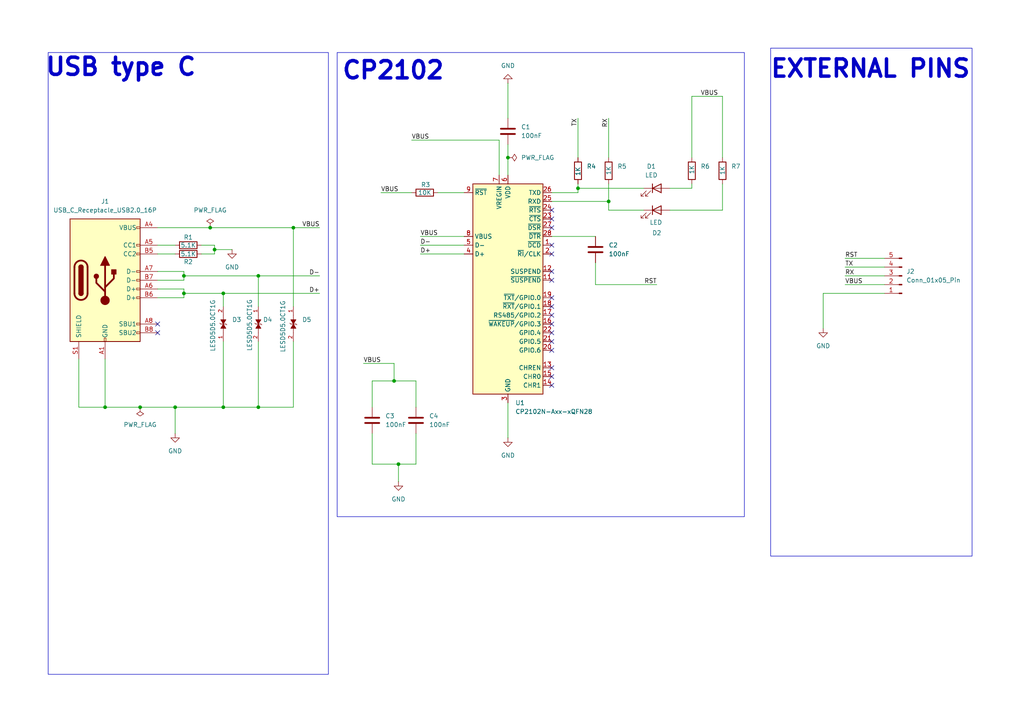
<source format=kicad_sch>
(kicad_sch
	(version 20250114)
	(generator "eeschema")
	(generator_version "9.0")
	(uuid "e56a58e2-ce5b-4226-92f4-6a99247c3792")
	(paper "A4")
	(title_block
		(title "USB to UART Convertor with CP2102")
		(date "2025-05-01")
		(company "Ameer")
	)
	(lib_symbols
		(symbol "Connector:Conn_01x05_Pin"
			(pin_names
				(offset 1.016)
				(hide yes)
			)
			(exclude_from_sim no)
			(in_bom yes)
			(on_board yes)
			(property "Reference" "J"
				(at 0 7.62 0)
				(effects
					(font
						(size 1.27 1.27)
					)
				)
			)
			(property "Value" "Conn_01x05_Pin"
				(at 0 -7.62 0)
				(effects
					(font
						(size 1.27 1.27)
					)
				)
			)
			(property "Footprint" ""
				(at 0 0 0)
				(effects
					(font
						(size 1.27 1.27)
					)
					(hide yes)
				)
			)
			(property "Datasheet" "~"
				(at 0 0 0)
				(effects
					(font
						(size 1.27 1.27)
					)
					(hide yes)
				)
			)
			(property "Description" "Generic connector, single row, 01x05, script generated"
				(at 0 0 0)
				(effects
					(font
						(size 1.27 1.27)
					)
					(hide yes)
				)
			)
			(property "ki_locked" ""
				(at 0 0 0)
				(effects
					(font
						(size 1.27 1.27)
					)
				)
			)
			(property "ki_keywords" "connector"
				(at 0 0 0)
				(effects
					(font
						(size 1.27 1.27)
					)
					(hide yes)
				)
			)
			(property "ki_fp_filters" "Connector*:*_1x??_*"
				(at 0 0 0)
				(effects
					(font
						(size 1.27 1.27)
					)
					(hide yes)
				)
			)
			(symbol "Conn_01x05_Pin_1_1"
				(rectangle
					(start 0.8636 5.207)
					(end 0 4.953)
					(stroke
						(width 0.1524)
						(type default)
					)
					(fill
						(type outline)
					)
				)
				(rectangle
					(start 0.8636 2.667)
					(end 0 2.413)
					(stroke
						(width 0.1524)
						(type default)
					)
					(fill
						(type outline)
					)
				)
				(rectangle
					(start 0.8636 0.127)
					(end 0 -0.127)
					(stroke
						(width 0.1524)
						(type default)
					)
					(fill
						(type outline)
					)
				)
				(rectangle
					(start 0.8636 -2.413)
					(end 0 -2.667)
					(stroke
						(width 0.1524)
						(type default)
					)
					(fill
						(type outline)
					)
				)
				(rectangle
					(start 0.8636 -4.953)
					(end 0 -5.207)
					(stroke
						(width 0.1524)
						(type default)
					)
					(fill
						(type outline)
					)
				)
				(polyline
					(pts
						(xy 1.27 5.08) (xy 0.8636 5.08)
					)
					(stroke
						(width 0.1524)
						(type default)
					)
					(fill
						(type none)
					)
				)
				(polyline
					(pts
						(xy 1.27 2.54) (xy 0.8636 2.54)
					)
					(stroke
						(width 0.1524)
						(type default)
					)
					(fill
						(type none)
					)
				)
				(polyline
					(pts
						(xy 1.27 0) (xy 0.8636 0)
					)
					(stroke
						(width 0.1524)
						(type default)
					)
					(fill
						(type none)
					)
				)
				(polyline
					(pts
						(xy 1.27 -2.54) (xy 0.8636 -2.54)
					)
					(stroke
						(width 0.1524)
						(type default)
					)
					(fill
						(type none)
					)
				)
				(polyline
					(pts
						(xy 1.27 -5.08) (xy 0.8636 -5.08)
					)
					(stroke
						(width 0.1524)
						(type default)
					)
					(fill
						(type none)
					)
				)
				(pin passive line
					(at 5.08 5.08 180)
					(length 3.81)
					(name "Pin_1"
						(effects
							(font
								(size 1.27 1.27)
							)
						)
					)
					(number "1"
						(effects
							(font
								(size 1.27 1.27)
							)
						)
					)
				)
				(pin passive line
					(at 5.08 2.54 180)
					(length 3.81)
					(name "Pin_2"
						(effects
							(font
								(size 1.27 1.27)
							)
						)
					)
					(number "2"
						(effects
							(font
								(size 1.27 1.27)
							)
						)
					)
				)
				(pin passive line
					(at 5.08 0 180)
					(length 3.81)
					(name "Pin_3"
						(effects
							(font
								(size 1.27 1.27)
							)
						)
					)
					(number "3"
						(effects
							(font
								(size 1.27 1.27)
							)
						)
					)
				)
				(pin passive line
					(at 5.08 -2.54 180)
					(length 3.81)
					(name "Pin_4"
						(effects
							(font
								(size 1.27 1.27)
							)
						)
					)
					(number "4"
						(effects
							(font
								(size 1.27 1.27)
							)
						)
					)
				)
				(pin passive line
					(at 5.08 -5.08 180)
					(length 3.81)
					(name "Pin_5"
						(effects
							(font
								(size 1.27 1.27)
							)
						)
					)
					(number "5"
						(effects
							(font
								(size 1.27 1.27)
							)
						)
					)
				)
			)
			(embedded_fonts no)
		)
		(symbol "Connector:USB_C_Receptacle_USB2.0_16P"
			(pin_names
				(offset 1.016)
			)
			(exclude_from_sim no)
			(in_bom yes)
			(on_board yes)
			(property "Reference" "J"
				(at 0 22.225 0)
				(effects
					(font
						(size 1.27 1.27)
					)
				)
			)
			(property "Value" "USB_C_Receptacle_USB2.0_16P"
				(at 0 19.685 0)
				(effects
					(font
						(size 1.27 1.27)
					)
				)
			)
			(property "Footprint" ""
				(at 3.81 0 0)
				(effects
					(font
						(size 1.27 1.27)
					)
					(hide yes)
				)
			)
			(property "Datasheet" "https://www.usb.org/sites/default/files/documents/usb_type-c.zip"
				(at 3.81 0 0)
				(effects
					(font
						(size 1.27 1.27)
					)
					(hide yes)
				)
			)
			(property "Description" "USB 2.0-only 16P Type-C Receptacle connector"
				(at 0 0 0)
				(effects
					(font
						(size 1.27 1.27)
					)
					(hide yes)
				)
			)
			(property "ki_keywords" "usb universal serial bus type-C USB2.0"
				(at 0 0 0)
				(effects
					(font
						(size 1.27 1.27)
					)
					(hide yes)
				)
			)
			(property "ki_fp_filters" "USB*C*Receptacle*"
				(at 0 0 0)
				(effects
					(font
						(size 1.27 1.27)
					)
					(hide yes)
				)
			)
			(symbol "USB_C_Receptacle_USB2.0_16P_0_0"
				(rectangle
					(start -0.254 -17.78)
					(end 0.254 -16.764)
					(stroke
						(width 0)
						(type default)
					)
					(fill
						(type none)
					)
				)
				(rectangle
					(start 10.16 15.494)
					(end 9.144 14.986)
					(stroke
						(width 0)
						(type default)
					)
					(fill
						(type none)
					)
				)
				(rectangle
					(start 10.16 10.414)
					(end 9.144 9.906)
					(stroke
						(width 0)
						(type default)
					)
					(fill
						(type none)
					)
				)
				(rectangle
					(start 10.16 7.874)
					(end 9.144 7.366)
					(stroke
						(width 0)
						(type default)
					)
					(fill
						(type none)
					)
				)
				(rectangle
					(start 10.16 2.794)
					(end 9.144 2.286)
					(stroke
						(width 0)
						(type default)
					)
					(fill
						(type none)
					)
				)
				(rectangle
					(start 10.16 0.254)
					(end 9.144 -0.254)
					(stroke
						(width 0)
						(type default)
					)
					(fill
						(type none)
					)
				)
				(rectangle
					(start 10.16 -2.286)
					(end 9.144 -2.794)
					(stroke
						(width 0)
						(type default)
					)
					(fill
						(type none)
					)
				)
				(rectangle
					(start 10.16 -4.826)
					(end 9.144 -5.334)
					(stroke
						(width 0)
						(type default)
					)
					(fill
						(type none)
					)
				)
				(rectangle
					(start 10.16 -12.446)
					(end 9.144 -12.954)
					(stroke
						(width 0)
						(type default)
					)
					(fill
						(type none)
					)
				)
				(rectangle
					(start 10.16 -14.986)
					(end 9.144 -15.494)
					(stroke
						(width 0)
						(type default)
					)
					(fill
						(type none)
					)
				)
			)
			(symbol "USB_C_Receptacle_USB2.0_16P_0_1"
				(rectangle
					(start -10.16 17.78)
					(end 10.16 -17.78)
					(stroke
						(width 0.254)
						(type default)
					)
					(fill
						(type background)
					)
				)
				(polyline
					(pts
						(xy -8.89 -3.81) (xy -8.89 3.81)
					)
					(stroke
						(width 0.508)
						(type default)
					)
					(fill
						(type none)
					)
				)
				(rectangle
					(start -7.62 -3.81)
					(end -6.35 3.81)
					(stroke
						(width 0.254)
						(type default)
					)
					(fill
						(type outline)
					)
				)
				(arc
					(start -7.62 3.81)
					(mid -6.985 4.4423)
					(end -6.35 3.81)
					(stroke
						(width 0.254)
						(type default)
					)
					(fill
						(type none)
					)
				)
				(arc
					(start -7.62 3.81)
					(mid -6.985 4.4423)
					(end -6.35 3.81)
					(stroke
						(width 0.254)
						(type default)
					)
					(fill
						(type outline)
					)
				)
				(arc
					(start -8.89 3.81)
					(mid -6.985 5.7067)
					(end -5.08 3.81)
					(stroke
						(width 0.508)
						(type default)
					)
					(fill
						(type none)
					)
				)
				(arc
					(start -5.08 -3.81)
					(mid -6.985 -5.7067)
					(end -8.89 -3.81)
					(stroke
						(width 0.508)
						(type default)
					)
					(fill
						(type none)
					)
				)
				(arc
					(start -6.35 -3.81)
					(mid -6.985 -4.4423)
					(end -7.62 -3.81)
					(stroke
						(width 0.254)
						(type default)
					)
					(fill
						(type none)
					)
				)
				(arc
					(start -6.35 -3.81)
					(mid -6.985 -4.4423)
					(end -7.62 -3.81)
					(stroke
						(width 0.254)
						(type default)
					)
					(fill
						(type outline)
					)
				)
				(polyline
					(pts
						(xy -5.08 3.81) (xy -5.08 -3.81)
					)
					(stroke
						(width 0.508)
						(type default)
					)
					(fill
						(type none)
					)
				)
				(circle
					(center -2.54 1.143)
					(radius 0.635)
					(stroke
						(width 0.254)
						(type default)
					)
					(fill
						(type outline)
					)
				)
				(polyline
					(pts
						(xy -1.27 4.318) (xy 0 6.858) (xy 1.27 4.318) (xy -1.27 4.318)
					)
					(stroke
						(width 0.254)
						(type default)
					)
					(fill
						(type outline)
					)
				)
				(polyline
					(pts
						(xy 0 -2.032) (xy 2.54 0.508) (xy 2.54 1.778)
					)
					(stroke
						(width 0.508)
						(type default)
					)
					(fill
						(type none)
					)
				)
				(polyline
					(pts
						(xy 0 -3.302) (xy -2.54 -0.762) (xy -2.54 0.508)
					)
					(stroke
						(width 0.508)
						(type default)
					)
					(fill
						(type none)
					)
				)
				(polyline
					(pts
						(xy 0 -5.842) (xy 0 4.318)
					)
					(stroke
						(width 0.508)
						(type default)
					)
					(fill
						(type none)
					)
				)
				(circle
					(center 0 -5.842)
					(radius 1.27)
					(stroke
						(width 0)
						(type default)
					)
					(fill
						(type outline)
					)
				)
				(rectangle
					(start 1.905 1.778)
					(end 3.175 3.048)
					(stroke
						(width 0.254)
						(type default)
					)
					(fill
						(type outline)
					)
				)
			)
			(symbol "USB_C_Receptacle_USB2.0_16P_1_1"
				(pin passive line
					(at -7.62 -22.86 90)
					(length 5.08)
					(name "SHIELD"
						(effects
							(font
								(size 1.27 1.27)
							)
						)
					)
					(number "S1"
						(effects
							(font
								(size 1.27 1.27)
							)
						)
					)
				)
				(pin passive line
					(at 0 -22.86 90)
					(length 5.08)
					(name "GND"
						(effects
							(font
								(size 1.27 1.27)
							)
						)
					)
					(number "A1"
						(effects
							(font
								(size 1.27 1.27)
							)
						)
					)
				)
				(pin passive line
					(at 0 -22.86 90)
					(length 5.08)
					(hide yes)
					(name "GND"
						(effects
							(font
								(size 1.27 1.27)
							)
						)
					)
					(number "A12"
						(effects
							(font
								(size 1.27 1.27)
							)
						)
					)
				)
				(pin passive line
					(at 0 -22.86 90)
					(length 5.08)
					(hide yes)
					(name "GND"
						(effects
							(font
								(size 1.27 1.27)
							)
						)
					)
					(number "B1"
						(effects
							(font
								(size 1.27 1.27)
							)
						)
					)
				)
				(pin passive line
					(at 0 -22.86 90)
					(length 5.08)
					(hide yes)
					(name "GND"
						(effects
							(font
								(size 1.27 1.27)
							)
						)
					)
					(number "B12"
						(effects
							(font
								(size 1.27 1.27)
							)
						)
					)
				)
				(pin passive line
					(at 15.24 15.24 180)
					(length 5.08)
					(name "VBUS"
						(effects
							(font
								(size 1.27 1.27)
							)
						)
					)
					(number "A4"
						(effects
							(font
								(size 1.27 1.27)
							)
						)
					)
				)
				(pin passive line
					(at 15.24 15.24 180)
					(length 5.08)
					(hide yes)
					(name "VBUS"
						(effects
							(font
								(size 1.27 1.27)
							)
						)
					)
					(number "A9"
						(effects
							(font
								(size 1.27 1.27)
							)
						)
					)
				)
				(pin passive line
					(at 15.24 15.24 180)
					(length 5.08)
					(hide yes)
					(name "VBUS"
						(effects
							(font
								(size 1.27 1.27)
							)
						)
					)
					(number "B4"
						(effects
							(font
								(size 1.27 1.27)
							)
						)
					)
				)
				(pin passive line
					(at 15.24 15.24 180)
					(length 5.08)
					(hide yes)
					(name "VBUS"
						(effects
							(font
								(size 1.27 1.27)
							)
						)
					)
					(number "B9"
						(effects
							(font
								(size 1.27 1.27)
							)
						)
					)
				)
				(pin bidirectional line
					(at 15.24 10.16 180)
					(length 5.08)
					(name "CC1"
						(effects
							(font
								(size 1.27 1.27)
							)
						)
					)
					(number "A5"
						(effects
							(font
								(size 1.27 1.27)
							)
						)
					)
				)
				(pin bidirectional line
					(at 15.24 7.62 180)
					(length 5.08)
					(name "CC2"
						(effects
							(font
								(size 1.27 1.27)
							)
						)
					)
					(number "B5"
						(effects
							(font
								(size 1.27 1.27)
							)
						)
					)
				)
				(pin bidirectional line
					(at 15.24 2.54 180)
					(length 5.08)
					(name "D-"
						(effects
							(font
								(size 1.27 1.27)
							)
						)
					)
					(number "A7"
						(effects
							(font
								(size 1.27 1.27)
							)
						)
					)
				)
				(pin bidirectional line
					(at 15.24 0 180)
					(length 5.08)
					(name "D-"
						(effects
							(font
								(size 1.27 1.27)
							)
						)
					)
					(number "B7"
						(effects
							(font
								(size 1.27 1.27)
							)
						)
					)
				)
				(pin bidirectional line
					(at 15.24 -2.54 180)
					(length 5.08)
					(name "D+"
						(effects
							(font
								(size 1.27 1.27)
							)
						)
					)
					(number "A6"
						(effects
							(font
								(size 1.27 1.27)
							)
						)
					)
				)
				(pin bidirectional line
					(at 15.24 -5.08 180)
					(length 5.08)
					(name "D+"
						(effects
							(font
								(size 1.27 1.27)
							)
						)
					)
					(number "B6"
						(effects
							(font
								(size 1.27 1.27)
							)
						)
					)
				)
				(pin bidirectional line
					(at 15.24 -12.7 180)
					(length 5.08)
					(name "SBU1"
						(effects
							(font
								(size 1.27 1.27)
							)
						)
					)
					(number "A8"
						(effects
							(font
								(size 1.27 1.27)
							)
						)
					)
				)
				(pin bidirectional line
					(at 15.24 -15.24 180)
					(length 5.08)
					(name "SBU2"
						(effects
							(font
								(size 1.27 1.27)
							)
						)
					)
					(number "B8"
						(effects
							(font
								(size 1.27 1.27)
							)
						)
					)
				)
			)
			(embedded_fonts no)
		)
		(symbol "Device:C"
			(pin_numbers
				(hide yes)
			)
			(pin_names
				(offset 0.254)
			)
			(exclude_from_sim no)
			(in_bom yes)
			(on_board yes)
			(property "Reference" "C"
				(at 0.635 2.54 0)
				(effects
					(font
						(size 1.27 1.27)
					)
					(justify left)
				)
			)
			(property "Value" "C"
				(at 0.635 -2.54 0)
				(effects
					(font
						(size 1.27 1.27)
					)
					(justify left)
				)
			)
			(property "Footprint" ""
				(at 0.9652 -3.81 0)
				(effects
					(font
						(size 1.27 1.27)
					)
					(hide yes)
				)
			)
			(property "Datasheet" "~"
				(at 0 0 0)
				(effects
					(font
						(size 1.27 1.27)
					)
					(hide yes)
				)
			)
			(property "Description" "Unpolarized capacitor"
				(at 0 0 0)
				(effects
					(font
						(size 1.27 1.27)
					)
					(hide yes)
				)
			)
			(property "ki_keywords" "cap capacitor"
				(at 0 0 0)
				(effects
					(font
						(size 1.27 1.27)
					)
					(hide yes)
				)
			)
			(property "ki_fp_filters" "C_*"
				(at 0 0 0)
				(effects
					(font
						(size 1.27 1.27)
					)
					(hide yes)
				)
			)
			(symbol "C_0_1"
				(polyline
					(pts
						(xy -2.032 0.762) (xy 2.032 0.762)
					)
					(stroke
						(width 0.508)
						(type default)
					)
					(fill
						(type none)
					)
				)
				(polyline
					(pts
						(xy -2.032 -0.762) (xy 2.032 -0.762)
					)
					(stroke
						(width 0.508)
						(type default)
					)
					(fill
						(type none)
					)
				)
			)
			(symbol "C_1_1"
				(pin passive line
					(at 0 3.81 270)
					(length 2.794)
					(name "~"
						(effects
							(font
								(size 1.27 1.27)
							)
						)
					)
					(number "1"
						(effects
							(font
								(size 1.27 1.27)
							)
						)
					)
				)
				(pin passive line
					(at 0 -3.81 90)
					(length 2.794)
					(name "~"
						(effects
							(font
								(size 1.27 1.27)
							)
						)
					)
					(number "2"
						(effects
							(font
								(size 1.27 1.27)
							)
						)
					)
				)
			)
			(embedded_fonts no)
		)
		(symbol "Device:LED"
			(pin_numbers
				(hide yes)
			)
			(pin_names
				(offset 1.016)
				(hide yes)
			)
			(exclude_from_sim no)
			(in_bom yes)
			(on_board yes)
			(property "Reference" "D"
				(at 0 2.54 0)
				(effects
					(font
						(size 1.27 1.27)
					)
				)
			)
			(property "Value" "LED"
				(at 0 -2.54 0)
				(effects
					(font
						(size 1.27 1.27)
					)
				)
			)
			(property "Footprint" ""
				(at 0 0 0)
				(effects
					(font
						(size 1.27 1.27)
					)
					(hide yes)
				)
			)
			(property "Datasheet" "~"
				(at 0 0 0)
				(effects
					(font
						(size 1.27 1.27)
					)
					(hide yes)
				)
			)
			(property "Description" "Light emitting diode"
				(at 0 0 0)
				(effects
					(font
						(size 1.27 1.27)
					)
					(hide yes)
				)
			)
			(property "Sim.Pins" "1=K 2=A"
				(at 0 0 0)
				(effects
					(font
						(size 1.27 1.27)
					)
					(hide yes)
				)
			)
			(property "ki_keywords" "LED diode"
				(at 0 0 0)
				(effects
					(font
						(size 1.27 1.27)
					)
					(hide yes)
				)
			)
			(property "ki_fp_filters" "LED* LED_SMD:* LED_THT:*"
				(at 0 0 0)
				(effects
					(font
						(size 1.27 1.27)
					)
					(hide yes)
				)
			)
			(symbol "LED_0_1"
				(polyline
					(pts
						(xy -3.048 -0.762) (xy -4.572 -2.286) (xy -3.81 -2.286) (xy -4.572 -2.286) (xy -4.572 -1.524)
					)
					(stroke
						(width 0)
						(type default)
					)
					(fill
						(type none)
					)
				)
				(polyline
					(pts
						(xy -1.778 -0.762) (xy -3.302 -2.286) (xy -2.54 -2.286) (xy -3.302 -2.286) (xy -3.302 -1.524)
					)
					(stroke
						(width 0)
						(type default)
					)
					(fill
						(type none)
					)
				)
				(polyline
					(pts
						(xy -1.27 0) (xy 1.27 0)
					)
					(stroke
						(width 0)
						(type default)
					)
					(fill
						(type none)
					)
				)
				(polyline
					(pts
						(xy -1.27 -1.27) (xy -1.27 1.27)
					)
					(stroke
						(width 0.254)
						(type default)
					)
					(fill
						(type none)
					)
				)
				(polyline
					(pts
						(xy 1.27 -1.27) (xy 1.27 1.27) (xy -1.27 0) (xy 1.27 -1.27)
					)
					(stroke
						(width 0.254)
						(type default)
					)
					(fill
						(type none)
					)
				)
			)
			(symbol "LED_1_1"
				(pin passive line
					(at -3.81 0 0)
					(length 2.54)
					(name "K"
						(effects
							(font
								(size 1.27 1.27)
							)
						)
					)
					(number "1"
						(effects
							(font
								(size 1.27 1.27)
							)
						)
					)
				)
				(pin passive line
					(at 3.81 0 180)
					(length 2.54)
					(name "A"
						(effects
							(font
								(size 1.27 1.27)
							)
						)
					)
					(number "2"
						(effects
							(font
								(size 1.27 1.27)
							)
						)
					)
				)
			)
			(embedded_fonts no)
		)
		(symbol "Device:R"
			(pin_numbers
				(hide yes)
			)
			(pin_names
				(offset 0)
			)
			(exclude_from_sim no)
			(in_bom yes)
			(on_board yes)
			(property "Reference" "R"
				(at 2.032 0 90)
				(effects
					(font
						(size 1.27 1.27)
					)
				)
			)
			(property "Value" "R"
				(at 0 0 90)
				(effects
					(font
						(size 1.27 1.27)
					)
				)
			)
			(property "Footprint" ""
				(at -1.778 0 90)
				(effects
					(font
						(size 1.27 1.27)
					)
					(hide yes)
				)
			)
			(property "Datasheet" "~"
				(at 0 0 0)
				(effects
					(font
						(size 1.27 1.27)
					)
					(hide yes)
				)
			)
			(property "Description" "Resistor"
				(at 0 0 0)
				(effects
					(font
						(size 1.27 1.27)
					)
					(hide yes)
				)
			)
			(property "ki_keywords" "R res resistor"
				(at 0 0 0)
				(effects
					(font
						(size 1.27 1.27)
					)
					(hide yes)
				)
			)
			(property "ki_fp_filters" "R_*"
				(at 0 0 0)
				(effects
					(font
						(size 1.27 1.27)
					)
					(hide yes)
				)
			)
			(symbol "R_0_1"
				(rectangle
					(start -1.016 -2.54)
					(end 1.016 2.54)
					(stroke
						(width 0.254)
						(type default)
					)
					(fill
						(type none)
					)
				)
			)
			(symbol "R_1_1"
				(pin passive line
					(at 0 3.81 270)
					(length 1.27)
					(name "~"
						(effects
							(font
								(size 1.27 1.27)
							)
						)
					)
					(number "1"
						(effects
							(font
								(size 1.27 1.27)
							)
						)
					)
				)
				(pin passive line
					(at 0 -3.81 90)
					(length 1.27)
					(name "~"
						(effects
							(font
								(size 1.27 1.27)
							)
						)
					)
					(number "2"
						(effects
							(font
								(size 1.27 1.27)
							)
						)
					)
				)
			)
			(embedded_fonts no)
		)
		(symbol "Interface_USB:CP2102N-Axx-xQFN28"
			(exclude_from_sim no)
			(in_bom yes)
			(on_board yes)
			(property "Reference" "U"
				(at -8.89 31.75 0)
				(effects
					(font
						(size 1.27 1.27)
					)
				)
			)
			(property "Value" "CP2102N-Axx-xQFN28"
				(at 12.7 31.75 0)
				(effects
					(font
						(size 1.27 1.27)
					)
				)
			)
			(property "Footprint" "Package_DFN_QFN:QFN-28-1EP_5x5mm_P0.5mm_EP3.35x3.35mm"
				(at 33.02 -31.75 0)
				(effects
					(font
						(size 1.27 1.27)
					)
					(hide yes)
				)
			)
			(property "Datasheet" "https://www.silabs.com/documents/public/data-sheets/cp2102n-datasheet.pdf"
				(at 1.27 -19.05 0)
				(effects
					(font
						(size 1.27 1.27)
					)
					(hide yes)
				)
			)
			(property "Description" "USB to UART master bridge, QFN-28"
				(at 0 0 0)
				(effects
					(font
						(size 1.27 1.27)
					)
					(hide yes)
				)
			)
			(property "ki_keywords" "USB UART bridge"
				(at 0 0 0)
				(effects
					(font
						(size 1.27 1.27)
					)
					(hide yes)
				)
			)
			(property "ki_fp_filters" "QFN*1EP*5x5mm*P0.5mm*"
				(at 0 0 0)
				(effects
					(font
						(size 1.27 1.27)
					)
					(hide yes)
				)
			)
			(symbol "CP2102N-Axx-xQFN28_0_1"
				(rectangle
					(start -10.16 30.48)
					(end 10.16 -30.48)
					(stroke
						(width 0.254)
						(type default)
					)
					(fill
						(type background)
					)
				)
			)
			(symbol "CP2102N-Axx-xQFN28_1_1"
				(pin input line
					(at -12.7 27.94 0)
					(length 2.54)
					(name "~{RST}"
						(effects
							(font
								(size 1.27 1.27)
							)
						)
					)
					(number "9"
						(effects
							(font
								(size 1.27 1.27)
							)
						)
					)
				)
				(pin input line
					(at -12.7 15.24 0)
					(length 2.54)
					(name "VBUS"
						(effects
							(font
								(size 1.27 1.27)
							)
						)
					)
					(number "8"
						(effects
							(font
								(size 1.27 1.27)
							)
						)
					)
				)
				(pin bidirectional line
					(at -12.7 12.7 0)
					(length 2.54)
					(name "D-"
						(effects
							(font
								(size 1.27 1.27)
							)
						)
					)
					(number "5"
						(effects
							(font
								(size 1.27 1.27)
							)
						)
					)
				)
				(pin bidirectional line
					(at -12.7 10.16 0)
					(length 2.54)
					(name "D+"
						(effects
							(font
								(size 1.27 1.27)
							)
						)
					)
					(number "4"
						(effects
							(font
								(size 1.27 1.27)
							)
						)
					)
				)
				(pin no_connect line
					(at -10.16 -27.94 0)
					(length 2.54)
					(hide yes)
					(name "NC"
						(effects
							(font
								(size 1.27 1.27)
							)
						)
					)
					(number "10"
						(effects
							(font
								(size 1.27 1.27)
							)
						)
					)
				)
				(pin power_in line
					(at -2.54 33.02 270)
					(length 2.54)
					(name "VREGIN"
						(effects
							(font
								(size 1.27 1.27)
							)
						)
					)
					(number "7"
						(effects
							(font
								(size 1.27 1.27)
							)
						)
					)
				)
				(pin power_in line
					(at 0 33.02 270)
					(length 2.54)
					(name "VDD"
						(effects
							(font
								(size 1.27 1.27)
							)
						)
					)
					(number "6"
						(effects
							(font
								(size 1.27 1.27)
							)
						)
					)
				)
				(pin passive line
					(at 0 -33.02 90)
					(length 2.54)
					(hide yes)
					(name "GND"
						(effects
							(font
								(size 1.27 1.27)
							)
						)
					)
					(number "29"
						(effects
							(font
								(size 1.27 1.27)
							)
						)
					)
				)
				(pin power_in line
					(at 0 -33.02 90)
					(length 2.54)
					(name "GND"
						(effects
							(font
								(size 1.27 1.27)
							)
						)
					)
					(number "3"
						(effects
							(font
								(size 1.27 1.27)
							)
						)
					)
				)
				(pin output line
					(at 12.7 27.94 180)
					(length 2.54)
					(name "TXD"
						(effects
							(font
								(size 1.27 1.27)
							)
						)
					)
					(number "26"
						(effects
							(font
								(size 1.27 1.27)
							)
						)
					)
				)
				(pin input line
					(at 12.7 25.4 180)
					(length 2.54)
					(name "RXD"
						(effects
							(font
								(size 1.27 1.27)
							)
						)
					)
					(number "25"
						(effects
							(font
								(size 1.27 1.27)
							)
						)
					)
				)
				(pin output line
					(at 12.7 22.86 180)
					(length 2.54)
					(name "~{RTS}"
						(effects
							(font
								(size 1.27 1.27)
							)
						)
					)
					(number "24"
						(effects
							(font
								(size 1.27 1.27)
							)
						)
					)
				)
				(pin input line
					(at 12.7 20.32 180)
					(length 2.54)
					(name "~{CTS}"
						(effects
							(font
								(size 1.27 1.27)
							)
						)
					)
					(number "23"
						(effects
							(font
								(size 1.27 1.27)
							)
						)
					)
				)
				(pin input line
					(at 12.7 17.78 180)
					(length 2.54)
					(name "~{DSR}"
						(effects
							(font
								(size 1.27 1.27)
							)
						)
					)
					(number "27"
						(effects
							(font
								(size 1.27 1.27)
							)
						)
					)
				)
				(pin output line
					(at 12.7 15.24 180)
					(length 2.54)
					(name "~{DTR}"
						(effects
							(font
								(size 1.27 1.27)
							)
						)
					)
					(number "28"
						(effects
							(font
								(size 1.27 1.27)
							)
						)
					)
				)
				(pin input line
					(at 12.7 12.7 180)
					(length 2.54)
					(name "~{DCD}"
						(effects
							(font
								(size 1.27 1.27)
							)
						)
					)
					(number "1"
						(effects
							(font
								(size 1.27 1.27)
							)
						)
					)
				)
				(pin bidirectional line
					(at 12.7 10.16 180)
					(length 2.54)
					(name "~{RI}/CLK"
						(effects
							(font
								(size 1.27 1.27)
							)
						)
					)
					(number "2"
						(effects
							(font
								(size 1.27 1.27)
							)
						)
					)
				)
				(pin output line
					(at 12.7 5.08 180)
					(length 2.54)
					(name "SUSPEND"
						(effects
							(font
								(size 1.27 1.27)
							)
						)
					)
					(number "12"
						(effects
							(font
								(size 1.27 1.27)
							)
						)
					)
				)
				(pin output line
					(at 12.7 2.54 180)
					(length 2.54)
					(name "~{SUSPEND}"
						(effects
							(font
								(size 1.27 1.27)
							)
						)
					)
					(number "11"
						(effects
							(font
								(size 1.27 1.27)
							)
						)
					)
				)
				(pin bidirectional line
					(at 12.7 -2.54 180)
					(length 2.54)
					(name "~{TXT}/GPIO.0"
						(effects
							(font
								(size 1.27 1.27)
							)
						)
					)
					(number "19"
						(effects
							(font
								(size 1.27 1.27)
							)
						)
					)
				)
				(pin bidirectional line
					(at 12.7 -5.08 180)
					(length 2.54)
					(name "~{RXT}/GPIO.1"
						(effects
							(font
								(size 1.27 1.27)
							)
						)
					)
					(number "18"
						(effects
							(font
								(size 1.27 1.27)
							)
						)
					)
				)
				(pin bidirectional line
					(at 12.7 -7.62 180)
					(length 2.54)
					(name "RS485/GPIO.2"
						(effects
							(font
								(size 1.27 1.27)
							)
						)
					)
					(number "17"
						(effects
							(font
								(size 1.27 1.27)
							)
						)
					)
				)
				(pin bidirectional line
					(at 12.7 -10.16 180)
					(length 2.54)
					(name "~{WAKEUP}/GPIO.3"
						(effects
							(font
								(size 1.27 1.27)
							)
						)
					)
					(number "16"
						(effects
							(font
								(size 1.27 1.27)
							)
						)
					)
				)
				(pin bidirectional line
					(at 12.7 -12.7 180)
					(length 2.54)
					(name "GPIO.4"
						(effects
							(font
								(size 1.27 1.27)
							)
						)
					)
					(number "22"
						(effects
							(font
								(size 1.27 1.27)
							)
						)
					)
				)
				(pin bidirectional line
					(at 12.7 -15.24 180)
					(length 2.54)
					(name "GPIO.5"
						(effects
							(font
								(size 1.27 1.27)
							)
						)
					)
					(number "21"
						(effects
							(font
								(size 1.27 1.27)
							)
						)
					)
				)
				(pin bidirectional line
					(at 12.7 -17.78 180)
					(length 2.54)
					(name "GPIO.6"
						(effects
							(font
								(size 1.27 1.27)
							)
						)
					)
					(number "20"
						(effects
							(font
								(size 1.27 1.27)
							)
						)
					)
				)
				(pin output line
					(at 12.7 -22.86 180)
					(length 2.54)
					(name "CHREN"
						(effects
							(font
								(size 1.27 1.27)
							)
						)
					)
					(number "13"
						(effects
							(font
								(size 1.27 1.27)
							)
						)
					)
				)
				(pin output line
					(at 12.7 -25.4 180)
					(length 2.54)
					(name "CHR0"
						(effects
							(font
								(size 1.27 1.27)
							)
						)
					)
					(number "15"
						(effects
							(font
								(size 1.27 1.27)
							)
						)
					)
				)
				(pin output line
					(at 12.7 -27.94 180)
					(length 2.54)
					(name "CHR1"
						(effects
							(font
								(size 1.27 1.27)
							)
						)
					)
					(number "14"
						(effects
							(font
								(size 1.27 1.27)
							)
						)
					)
				)
			)
			(embedded_fonts no)
		)
		(symbol "LESD5D5.0CT1G:LESD5D5.0CT1G"
			(pin_names
				(offset 1.016)
			)
			(exclude_from_sim no)
			(in_bom yes)
			(on_board yes)
			(property "Reference" "D"
				(at -5.08 2.54 0)
				(effects
					(font
						(size 1.27 1.27)
					)
					(justify left bottom)
				)
			)
			(property "Value" "LESD5D5.0CT1G"
				(at -5.08 -5.08 0)
				(effects
					(font
						(size 1.27 1.27)
					)
					(justify left bottom)
				)
			)
			(property "Footprint" "LESD5D5.0CT1G:TVS_LESD5D5.0CT1G"
				(at 0 0 0)
				(effects
					(font
						(size 1.27 1.27)
					)
					(justify bottom)
					(hide yes)
				)
			)
			(property "Datasheet" ""
				(at 0 0 0)
				(effects
					(font
						(size 1.27 1.27)
					)
					(hide yes)
				)
			)
			(property "Description" ""
				(at 0 0 0)
				(effects
					(font
						(size 1.27 1.27)
					)
					(hide yes)
				)
			)
			(property "MF" "Leshan Radio Co."
				(at 0 0 0)
				(effects
					(font
						(size 1.27 1.27)
					)
					(justify bottom)
					(hide yes)
				)
			)
			(property "MAXIMUM_PACKAGE_HEIGHT" "0.7 mm"
				(at 0 0 0)
				(effects
					(font
						(size 1.27 1.27)
					)
					(justify bottom)
					(hide yes)
				)
			)
			(property "Package" "None"
				(at 0 0 0)
				(effects
					(font
						(size 1.27 1.27)
					)
					(justify bottom)
					(hide yes)
				)
			)
			(property "Price" "None"
				(at 0 0 0)
				(effects
					(font
						(size 1.27 1.27)
					)
					(justify bottom)
					(hide yes)
				)
			)
			(property "Check_prices" "https://www.snapeda.com/parts/LESD5D5.0CT1G/Leshan+Radio/view-part/?ref=eda"
				(at 0 0 0)
				(effects
					(font
						(size 1.27 1.27)
					)
					(justify bottom)
					(hide yes)
				)
			)
			(property "STANDARD" "Manufacturer Recommendations"
				(at 0 0 0)
				(effects
					(font
						(size 1.27 1.27)
					)
					(justify bottom)
					(hide yes)
				)
			)
			(property "PARTREV" "O"
				(at 0 0 0)
				(effects
					(font
						(size 1.27 1.27)
					)
					(justify bottom)
					(hide yes)
				)
			)
			(property "SnapEDA_Link" "https://www.snapeda.com/parts/LESD5D5.0CT1G/Leshan+Radio/view-part/?ref=snap"
				(at 0 0 0)
				(effects
					(font
						(size 1.27 1.27)
					)
					(justify bottom)
					(hide yes)
				)
			)
			(property "MP" "LESD5D5.0CT1G"
				(at 0 0 0)
				(effects
					(font
						(size 1.27 1.27)
					)
					(justify bottom)
					(hide yes)
				)
			)
			(property "Description_1" "Transient Voltage Suppressors for ESD Protection"
				(at 0 0 0)
				(effects
					(font
						(size 1.27 1.27)
					)
					(justify bottom)
					(hide yes)
				)
			)
			(property "Availability" "In Stock"
				(at 0 0 0)
				(effects
					(font
						(size 1.27 1.27)
					)
					(justify bottom)
					(hide yes)
				)
			)
			(property "MANUFACTURER" "LRC"
				(at 0 0 0)
				(effects
					(font
						(size 1.27 1.27)
					)
					(justify bottom)
					(hide yes)
				)
			)
			(symbol "LESD5D5.0CT1G_0_0"
				(polyline
					(pts
						(xy -1.27 0) (xy -2.54 0)
					)
					(stroke
						(width 0.1524)
						(type default)
					)
					(fill
						(type none)
					)
				)
				(polyline
					(pts
						(xy 0 0.762) (xy 0.254 1.016)
					)
					(stroke
						(width 0.1524)
						(type default)
					)
					(fill
						(type none)
					)
				)
				(polyline
					(pts
						(xy 0 0) (xy -1.27 -0.762) (xy -1.27 0.762) (xy 0 0)
					)
					(stroke
						(width 0.1524)
						(type default)
					)
					(fill
						(type outline)
					)
				)
				(polyline
					(pts
						(xy 0 0) (xy 1.27 0.762) (xy 1.27 -0.762) (xy 0 0)
					)
					(stroke
						(width 0.1524)
						(type default)
					)
					(fill
						(type outline)
					)
				)
				(polyline
					(pts
						(xy 0 -0.762) (xy -0.254 -1.016)
					)
					(stroke
						(width 0.1524)
						(type default)
					)
					(fill
						(type none)
					)
				)
				(polyline
					(pts
						(xy 0 -0.762) (xy 0 0.762)
					)
					(stroke
						(width 0.1524)
						(type default)
					)
					(fill
						(type none)
					)
				)
				(polyline
					(pts
						(xy 1.27 0) (xy 2.54 0)
					)
					(stroke
						(width 0.1524)
						(type default)
					)
					(fill
						(type none)
					)
				)
				(pin passive line
					(at -5.08 0 0)
					(length 2.54)
					(name "~"
						(effects
							(font
								(size 1.016 1.016)
							)
						)
					)
					(number "1"
						(effects
							(font
								(size 1.016 1.016)
							)
						)
					)
				)
				(pin passive line
					(at 5.08 0 180)
					(length 2.54)
					(name "~"
						(effects
							(font
								(size 1.016 1.016)
							)
						)
					)
					(number "2"
						(effects
							(font
								(size 1.016 1.016)
							)
						)
					)
				)
			)
			(embedded_fonts no)
		)
		(symbol "power:GND"
			(power)
			(pin_numbers
				(hide yes)
			)
			(pin_names
				(offset 0)
				(hide yes)
			)
			(exclude_from_sim no)
			(in_bom yes)
			(on_board yes)
			(property "Reference" "#PWR"
				(at 0 -6.35 0)
				(effects
					(font
						(size 1.27 1.27)
					)
					(hide yes)
				)
			)
			(property "Value" "GND"
				(at 0 -3.81 0)
				(effects
					(font
						(size 1.27 1.27)
					)
				)
			)
			(property "Footprint" ""
				(at 0 0 0)
				(effects
					(font
						(size 1.27 1.27)
					)
					(hide yes)
				)
			)
			(property "Datasheet" ""
				(at 0 0 0)
				(effects
					(font
						(size 1.27 1.27)
					)
					(hide yes)
				)
			)
			(property "Description" "Power symbol creates a global label with name \"GND\" , ground"
				(at 0 0 0)
				(effects
					(font
						(size 1.27 1.27)
					)
					(hide yes)
				)
			)
			(property "ki_keywords" "global power"
				(at 0 0 0)
				(effects
					(font
						(size 1.27 1.27)
					)
					(hide yes)
				)
			)
			(symbol "GND_0_1"
				(polyline
					(pts
						(xy 0 0) (xy 0 -1.27) (xy 1.27 -1.27) (xy 0 -2.54) (xy -1.27 -1.27) (xy 0 -1.27)
					)
					(stroke
						(width 0)
						(type default)
					)
					(fill
						(type none)
					)
				)
			)
			(symbol "GND_1_1"
				(pin power_in line
					(at 0 0 270)
					(length 0)
					(name "~"
						(effects
							(font
								(size 1.27 1.27)
							)
						)
					)
					(number "1"
						(effects
							(font
								(size 1.27 1.27)
							)
						)
					)
				)
			)
			(embedded_fonts no)
		)
		(symbol "power:PWR_FLAG"
			(power)
			(pin_numbers
				(hide yes)
			)
			(pin_names
				(offset 0)
				(hide yes)
			)
			(exclude_from_sim no)
			(in_bom yes)
			(on_board yes)
			(property "Reference" "#FLG"
				(at 0 1.905 0)
				(effects
					(font
						(size 1.27 1.27)
					)
					(hide yes)
				)
			)
			(property "Value" "PWR_FLAG"
				(at 0 3.81 0)
				(effects
					(font
						(size 1.27 1.27)
					)
				)
			)
			(property "Footprint" ""
				(at 0 0 0)
				(effects
					(font
						(size 1.27 1.27)
					)
					(hide yes)
				)
			)
			(property "Datasheet" "~"
				(at 0 0 0)
				(effects
					(font
						(size 1.27 1.27)
					)
					(hide yes)
				)
			)
			(property "Description" "Special symbol for telling ERC where power comes from"
				(at 0 0 0)
				(effects
					(font
						(size 1.27 1.27)
					)
					(hide yes)
				)
			)
			(property "ki_keywords" "flag power"
				(at 0 0 0)
				(effects
					(font
						(size 1.27 1.27)
					)
					(hide yes)
				)
			)
			(symbol "PWR_FLAG_0_0"
				(pin power_out line
					(at 0 0 90)
					(length 0)
					(name "~"
						(effects
							(font
								(size 1.27 1.27)
							)
						)
					)
					(number "1"
						(effects
							(font
								(size 1.27 1.27)
							)
						)
					)
				)
			)
			(symbol "PWR_FLAG_0_1"
				(polyline
					(pts
						(xy 0 0) (xy 0 1.27) (xy -1.016 1.905) (xy 0 2.54) (xy 1.016 1.905) (xy 0 1.27)
					)
					(stroke
						(width 0)
						(type default)
					)
					(fill
						(type none)
					)
				)
			)
			(embedded_fonts no)
		)
	)
	(rectangle
		(start 223.52 13.97)
		(end 281.94 161.29)
		(stroke
			(width 0)
			(type default)
		)
		(fill
			(type none)
		)
		(uuid 196e330b-27af-43ae-9a74-7d15a956eb5d)
	)
	(rectangle
		(start 13.97 15.24)
		(end 95.25 195.58)
		(stroke
			(width 0)
			(type default)
		)
		(fill
			(type none)
		)
		(uuid 2293988e-8e7c-4491-ad66-405278055afc)
	)
	(rectangle
		(start 97.79 15.24)
		(end 215.9 149.86)
		(stroke
			(width 0)
			(type default)
		)
		(fill
			(type none)
		)
		(uuid 429187e1-4945-4391-8d48-58c20ea0466a)
	)
	(text "USB type C\n"
		(exclude_from_sim no)
		(at 35.052 19.558 0)
		(effects
			(font
				(size 5 5)
				(thickness 1)
				(bold yes)
			)
		)
		(uuid "7cc003cf-4581-4207-871e-36ccdb09c62e")
	)
	(text "CP2102\n"
		(exclude_from_sim no)
		(at 114.046 20.574 0)
		(effects
			(font
				(size 5 5)
				(thickness 1)
				(bold yes)
			)
		)
		(uuid "9ad42c47-80bc-46a6-b540-6de943fd5026")
	)
	(text "EXTERNAL PINS"
		(exclude_from_sim no)
		(at 252.476 20.066 0)
		(effects
			(font
				(size 5 5)
				(thickness 1)
				(bold yes)
			)
		)
		(uuid "b7f641e0-a704-4601-bf18-c42ae607da35")
	)
	(junction
		(at 114.3 110.49)
		(diameter 0)
		(color 0 0 0 0)
		(uuid "05d7bb20-7641-4b55-bd67-656d8d9395f7")
	)
	(junction
		(at 176.53 58.42)
		(diameter 0)
		(color 0 0 0 0)
		(uuid "0ff7fd83-6cda-4340-b99c-b3e3a635c1bb")
	)
	(junction
		(at 40.64 118.11)
		(diameter 0)
		(color 0 0 0 0)
		(uuid "2dae5891-c405-4f65-9df5-8a4e04a1678d")
	)
	(junction
		(at 85.09 66.04)
		(diameter 0)
		(color 0 0 0 0)
		(uuid "3d99f920-15e7-46cd-8d06-1540b80d71f0")
	)
	(junction
		(at 53.34 80.01)
		(diameter 0)
		(color 0 0 0 0)
		(uuid "450f2a27-5528-4e83-ba97-0f5d92feef0f")
	)
	(junction
		(at 147.32 45.72)
		(diameter 0)
		(color 0 0 0 0)
		(uuid "54553456-ca35-46ca-a221-8d6d51cfd5b2")
	)
	(junction
		(at 167.64 54.61)
		(diameter 0)
		(color 0 0 0 0)
		(uuid "6a515e95-eeb0-48b5-bac9-ce86f8914c97")
	)
	(junction
		(at 60.96 66.04)
		(diameter 0)
		(color 0 0 0 0)
		(uuid "818169d4-d38b-47d5-964d-b028915fdea8")
	)
	(junction
		(at 50.8 118.11)
		(diameter 0)
		(color 0 0 0 0)
		(uuid "88fce0dd-2002-466f-9321-27970d7697cb")
	)
	(junction
		(at 64.77 85.09)
		(diameter 0)
		(color 0 0 0 0)
		(uuid "9287ac98-7b80-42c9-b782-4a4a4a1ad880")
	)
	(junction
		(at 30.48 118.11)
		(diameter 0)
		(color 0 0 0 0)
		(uuid "b9d51372-007a-4599-8388-bab8a872f82e")
	)
	(junction
		(at 62.23 72.39)
		(diameter 0)
		(color 0 0 0 0)
		(uuid "bb7e21d6-d698-46e3-b42c-dc2d952d3ae6")
	)
	(junction
		(at 115.57 134.62)
		(diameter 0)
		(color 0 0 0 0)
		(uuid "c612d3d9-49a7-4b8f-a6df-cd5d131e3854")
	)
	(junction
		(at 64.77 118.11)
		(diameter 0)
		(color 0 0 0 0)
		(uuid "e01ee3b1-8501-47de-bfd6-f248951395df")
	)
	(junction
		(at 53.34 85.09)
		(diameter 0)
		(color 0 0 0 0)
		(uuid "e79f3073-1998-4b67-9530-ed683834c076")
	)
	(junction
		(at 74.93 80.01)
		(diameter 0)
		(color 0 0 0 0)
		(uuid "ec355711-a838-4700-9f0e-74a72146850e")
	)
	(junction
		(at 74.93 118.11)
		(diameter 0)
		(color 0 0 0 0)
		(uuid "fda6c41e-a0f8-4896-a23b-5cb7749facf3")
	)
	(no_connect
		(at 160.02 88.9)
		(uuid "07eb91be-d787-48f7-b1f6-c2533394f501")
	)
	(no_connect
		(at 160.02 99.06)
		(uuid "0c595807-2b2d-492e-a387-3b46c1799d10")
	)
	(no_connect
		(at 160.02 71.12)
		(uuid "12053c35-5e6b-4f54-b1e9-b1e9fec0b167")
	)
	(no_connect
		(at 160.02 66.04)
		(uuid "19c86ddf-0fe1-479a-ad57-0c5982dd9a6c")
	)
	(no_connect
		(at 160.02 109.22)
		(uuid "2ef5714d-f839-45d3-8853-63f359e8daad")
	)
	(no_connect
		(at 160.02 91.44)
		(uuid "70a93d21-2f1e-4851-b285-4791e37710fc")
	)
	(no_connect
		(at 160.02 106.68)
		(uuid "7eaa1d04-8c5d-4cc5-b1b2-8db9bcb1134f")
	)
	(no_connect
		(at 160.02 101.6)
		(uuid "803ad7ec-ae28-4e5c-b708-a77648f457a5")
	)
	(no_connect
		(at 160.02 93.98)
		(uuid "8d81cb71-ea82-4cf9-83de-8efc7ba92ccc")
	)
	(no_connect
		(at 45.72 93.98)
		(uuid "9d757e4d-ef46-4122-ae4d-a4f31cf32be3")
	)
	(no_connect
		(at 160.02 63.5)
		(uuid "b2709982-7c32-43d1-b7e2-76becbdeb49d")
	)
	(no_connect
		(at 160.02 73.66)
		(uuid "baf36170-152f-423d-b456-2a8611412029")
	)
	(no_connect
		(at 160.02 78.74)
		(uuid "be80a71a-cb35-4e44-bfa0-920f5644dc66")
	)
	(no_connect
		(at 160.02 111.76)
		(uuid "bff0e3e1-46d3-4c49-abe2-cc44fa1c110d")
	)
	(no_connect
		(at 160.02 86.36)
		(uuid "cfdc18a8-83a2-4ddc-8247-8a173912be47")
	)
	(no_connect
		(at 160.02 81.28)
		(uuid "f050a035-832c-4b75-9254-bf36a91233c9")
	)
	(no_connect
		(at 45.72 96.52)
		(uuid "f345821e-da52-443c-b700-965063846fc6")
	)
	(no_connect
		(at 160.02 60.96)
		(uuid "fab49fb7-b4ed-4b72-a643-b9da6abd36b8")
	)
	(no_connect
		(at 160.02 96.52)
		(uuid "fccf13aa-8be4-48e6-867b-c98adf619b29")
	)
	(wire
		(pts
			(xy 45.72 81.28) (xy 53.34 81.28)
		)
		(stroke
			(width 0)
			(type default)
		)
		(uuid "0766de7c-4e26-4d77-b7a2-79acd78c2be7")
	)
	(wire
		(pts
			(xy 110.49 55.88) (xy 119.38 55.88)
		)
		(stroke
			(width 0)
			(type default)
		)
		(uuid "082f0f66-dbec-46c0-b462-066737421504")
	)
	(wire
		(pts
			(xy 176.53 58.42) (xy 176.53 53.34)
		)
		(stroke
			(width 0)
			(type default)
		)
		(uuid "175f4eeb-7878-4f8f-bd7c-5a3b0fad21e3")
	)
	(wire
		(pts
			(xy 245.11 77.47) (xy 256.54 77.47)
		)
		(stroke
			(width 0)
			(type default)
		)
		(uuid "17c33c55-0394-4462-b9c0-0e224cabcc14")
	)
	(wire
		(pts
			(xy 62.23 72.39) (xy 67.31 72.39)
		)
		(stroke
			(width 0)
			(type default)
		)
		(uuid "1aa63643-26df-457f-b8c3-ab1b410645ad")
	)
	(wire
		(pts
			(xy 167.64 34.29) (xy 167.64 45.72)
		)
		(stroke
			(width 0)
			(type default)
		)
		(uuid "1beedbd2-e048-4281-96d4-e828c225aa44")
	)
	(wire
		(pts
			(xy 245.11 82.55) (xy 256.54 82.55)
		)
		(stroke
			(width 0)
			(type default)
		)
		(uuid "21554d87-c0cf-4a21-b274-60018747dbaf")
	)
	(wire
		(pts
			(xy 200.66 54.61) (xy 200.66 53.34)
		)
		(stroke
			(width 0)
			(type default)
		)
		(uuid "26b4896a-20ee-4d8f-bece-05c2be198bdf")
	)
	(wire
		(pts
			(xy 194.31 60.96) (xy 209.55 60.96)
		)
		(stroke
			(width 0)
			(type default)
		)
		(uuid "27dbd2a6-ef4f-4042-8d16-02c783e0ded3")
	)
	(wire
		(pts
			(xy 58.42 73.66) (xy 62.23 73.66)
		)
		(stroke
			(width 0)
			(type default)
		)
		(uuid "28c0c8bb-ed6a-4520-a0a9-0d2c0b0444ee")
	)
	(wire
		(pts
			(xy 22.86 104.14) (xy 22.86 118.11)
		)
		(stroke
			(width 0)
			(type default)
		)
		(uuid "29b495ab-0aa0-4b64-9081-d7617be8756e")
	)
	(wire
		(pts
			(xy 172.72 76.2) (xy 172.72 82.55)
		)
		(stroke
			(width 0)
			(type default)
		)
		(uuid "2b0830af-94fd-4318-bd85-22bb9a991b7d")
	)
	(wire
		(pts
			(xy 209.55 60.96) (xy 209.55 53.34)
		)
		(stroke
			(width 0)
			(type default)
		)
		(uuid "2e041030-9827-4664-9696-f174c042f965")
	)
	(wire
		(pts
			(xy 45.72 78.74) (xy 53.34 78.74)
		)
		(stroke
			(width 0)
			(type default)
		)
		(uuid "31833bd2-1125-4a71-91c3-4844404a90ff")
	)
	(wire
		(pts
			(xy 64.77 118.11) (xy 74.93 118.11)
		)
		(stroke
			(width 0)
			(type default)
		)
		(uuid "32ba0d6f-1c62-460c-bb32-f009123f10f3")
	)
	(wire
		(pts
			(xy 40.64 118.11) (xy 50.8 118.11)
		)
		(stroke
			(width 0)
			(type default)
		)
		(uuid "33df9d01-5d92-4f52-9aa7-80f0d6cd6cf6")
	)
	(wire
		(pts
			(xy 22.86 118.11) (xy 30.48 118.11)
		)
		(stroke
			(width 0)
			(type default)
		)
		(uuid "38090f0c-dfd5-42a4-8408-9dcca73120b2")
	)
	(wire
		(pts
			(xy 74.93 80.01) (xy 92.71 80.01)
		)
		(stroke
			(width 0)
			(type default)
		)
		(uuid "3a2f9f5b-c806-4f38-bf1b-170de1c37df4")
	)
	(wire
		(pts
			(xy 50.8 118.11) (xy 64.77 118.11)
		)
		(stroke
			(width 0)
			(type default)
		)
		(uuid "3c7503f9-a510-445c-975a-c554b5ca739d")
	)
	(wire
		(pts
			(xy 64.77 88.9) (xy 64.77 85.09)
		)
		(stroke
			(width 0)
			(type default)
		)
		(uuid "44256f5c-6635-41e7-a9be-7a6d5e0e009f")
	)
	(wire
		(pts
			(xy 105.41 105.41) (xy 114.3 105.41)
		)
		(stroke
			(width 0)
			(type default)
		)
		(uuid "4922af94-9233-4835-a2d7-a2050aeac77c")
	)
	(wire
		(pts
			(xy 30.48 104.14) (xy 30.48 118.11)
		)
		(stroke
			(width 0)
			(type default)
		)
		(uuid "4acf3cd5-e783-49e3-9970-7dfa9ca9387e")
	)
	(wire
		(pts
			(xy 62.23 72.39) (xy 62.23 73.66)
		)
		(stroke
			(width 0)
			(type default)
		)
		(uuid "4c2b236e-4133-4ed0-9db4-b21cb508b0a7")
	)
	(wire
		(pts
			(xy 45.72 71.12) (xy 50.8 71.12)
		)
		(stroke
			(width 0)
			(type default)
		)
		(uuid "4f57393b-e8c9-4208-8195-5b8506b75d5c")
	)
	(wire
		(pts
			(xy 115.57 134.62) (xy 120.65 134.62)
		)
		(stroke
			(width 0)
			(type default)
		)
		(uuid "50a453e9-28f7-47aa-abe2-80ee2ae4846a")
	)
	(wire
		(pts
			(xy 245.11 80.01) (xy 256.54 80.01)
		)
		(stroke
			(width 0)
			(type default)
		)
		(uuid "54f399b7-57f1-4819-ab4e-b56cc527957a")
	)
	(wire
		(pts
			(xy 200.66 27.94) (xy 209.55 27.94)
		)
		(stroke
			(width 0)
			(type default)
		)
		(uuid "59f7dae3-c392-4094-9149-8fd634455e12")
	)
	(wire
		(pts
			(xy 167.64 54.61) (xy 186.69 54.61)
		)
		(stroke
			(width 0)
			(type default)
		)
		(uuid "6099c1f5-33b5-4fec-a8ba-a114a3aa2cf9")
	)
	(wire
		(pts
			(xy 200.66 27.94) (xy 200.66 45.72)
		)
		(stroke
			(width 0)
			(type default)
		)
		(uuid "654003b0-b240-4cb7-a592-48082af967a9")
	)
	(wire
		(pts
			(xy 45.72 66.04) (xy 60.96 66.04)
		)
		(stroke
			(width 0)
			(type default)
		)
		(uuid "67177229-60bd-4def-890d-173a95cf4319")
	)
	(wire
		(pts
			(xy 167.64 54.61) (xy 167.64 53.34)
		)
		(stroke
			(width 0)
			(type default)
		)
		(uuid "6b56ac5d-d72d-42d5-b747-3506d178b60f")
	)
	(wire
		(pts
			(xy 147.32 41.91) (xy 147.32 45.72)
		)
		(stroke
			(width 0)
			(type default)
		)
		(uuid "6fac95b9-ac8a-4eb7-8241-212ed69d50b5")
	)
	(wire
		(pts
			(xy 53.34 80.01) (xy 53.34 81.28)
		)
		(stroke
			(width 0)
			(type default)
		)
		(uuid "7117c15d-02ba-45f5-84f8-6d1433e2cf71")
	)
	(wire
		(pts
			(xy 147.32 45.72) (xy 147.32 50.8)
		)
		(stroke
			(width 0)
			(type default)
		)
		(uuid "720d0ab1-4f29-455a-9c23-61675e6a7312")
	)
	(wire
		(pts
			(xy 160.02 58.42) (xy 176.53 58.42)
		)
		(stroke
			(width 0)
			(type default)
		)
		(uuid "78497a0f-80ed-4f59-abbb-7abe9b0e3f21")
	)
	(wire
		(pts
			(xy 85.09 118.11) (xy 85.09 99.06)
		)
		(stroke
			(width 0)
			(type default)
		)
		(uuid "78b13e37-9038-4e70-b8ed-ba9d2610c1ad")
	)
	(wire
		(pts
			(xy 147.32 24.13) (xy 147.32 34.29)
		)
		(stroke
			(width 0)
			(type default)
		)
		(uuid "7e67db75-4b9a-4ddb-b6b6-bba649513649")
	)
	(wire
		(pts
			(xy 30.48 118.11) (xy 40.64 118.11)
		)
		(stroke
			(width 0)
			(type default)
		)
		(uuid "7f5fcf83-4266-44ca-915d-81b40f01cb26")
	)
	(wire
		(pts
			(xy 53.34 83.82) (xy 53.34 85.09)
		)
		(stroke
			(width 0)
			(type default)
		)
		(uuid "80576dd3-3192-464a-a6c0-38eab920a3fc")
	)
	(wire
		(pts
			(xy 176.53 34.29) (xy 176.53 45.72)
		)
		(stroke
			(width 0)
			(type default)
		)
		(uuid "80bf0f70-872c-4269-bec9-8835d0452331")
	)
	(wire
		(pts
			(xy 64.77 118.11) (xy 64.77 99.06)
		)
		(stroke
			(width 0)
			(type default)
		)
		(uuid "837154bf-ac38-4b3c-a5c0-5346cafd080b")
	)
	(wire
		(pts
			(xy 107.95 110.49) (xy 114.3 110.49)
		)
		(stroke
			(width 0)
			(type default)
		)
		(uuid "8616d1c0-374a-4849-9b31-f78f37f42b12")
	)
	(wire
		(pts
			(xy 74.93 80.01) (xy 74.93 88.9)
		)
		(stroke
			(width 0)
			(type default)
		)
		(uuid "8b5db66b-9e76-436c-bf42-cdca40efc595")
	)
	(wire
		(pts
			(xy 238.76 85.09) (xy 238.76 95.25)
		)
		(stroke
			(width 0)
			(type default)
		)
		(uuid "8ff1a42f-6af6-4e65-b4ee-3f3c2e0aac5c")
	)
	(wire
		(pts
			(xy 85.09 66.04) (xy 92.71 66.04)
		)
		(stroke
			(width 0)
			(type default)
		)
		(uuid "96007859-a8a5-4e0c-9d91-35c56c21df42")
	)
	(wire
		(pts
			(xy 120.65 110.49) (xy 120.65 118.11)
		)
		(stroke
			(width 0)
			(type default)
		)
		(uuid "96a9b6a1-61f1-4f2b-b9b1-a31049e79b05")
	)
	(wire
		(pts
			(xy 60.96 66.04) (xy 85.09 66.04)
		)
		(stroke
			(width 0)
			(type default)
		)
		(uuid "98d5b5ab-4d6c-49d7-bc58-0c3fe7dfd7e8")
	)
	(wire
		(pts
			(xy 114.3 110.49) (xy 120.65 110.49)
		)
		(stroke
			(width 0)
			(type default)
		)
		(uuid "9d5859b0-2e4c-4996-a134-4b38739c623d")
	)
	(wire
		(pts
			(xy 74.93 118.11) (xy 85.09 118.11)
		)
		(stroke
			(width 0)
			(type default)
		)
		(uuid "a5b4290e-a146-473f-b7ae-768e347c11e8")
	)
	(wire
		(pts
			(xy 245.11 74.93) (xy 256.54 74.93)
		)
		(stroke
			(width 0)
			(type default)
		)
		(uuid "a5b6ff8c-4ceb-4cd8-a23e-6a92e81ec280")
	)
	(wire
		(pts
			(xy 53.34 85.09) (xy 53.34 86.36)
		)
		(stroke
			(width 0)
			(type default)
		)
		(uuid "af191ea8-daa1-4f2e-8863-f8aab42c847b")
	)
	(wire
		(pts
			(xy 160.02 55.88) (xy 167.64 55.88)
		)
		(stroke
			(width 0)
			(type default)
		)
		(uuid "b00f3265-3923-45ef-8676-152474b10aaf")
	)
	(wire
		(pts
			(xy 45.72 86.36) (xy 53.34 86.36)
		)
		(stroke
			(width 0)
			(type default)
		)
		(uuid "b6a5a346-187f-41a7-9b3e-52605afd8d30")
	)
	(wire
		(pts
			(xy 147.32 116.84) (xy 147.32 127)
		)
		(stroke
			(width 0)
			(type default)
		)
		(uuid "b991ae08-b552-4872-8ded-4890edd13c7f")
	)
	(wire
		(pts
			(xy 194.31 54.61) (xy 200.66 54.61)
		)
		(stroke
			(width 0)
			(type default)
		)
		(uuid "bb632089-8f1d-4e8e-8545-9ffd994aece8")
	)
	(wire
		(pts
			(xy 119.38 40.64) (xy 144.78 40.64)
		)
		(stroke
			(width 0)
			(type default)
		)
		(uuid "bc97098a-33bb-4dfc-9cca-a01246f82ec0")
	)
	(wire
		(pts
			(xy 114.3 110.49) (xy 114.3 105.41)
		)
		(stroke
			(width 0)
			(type default)
		)
		(uuid "bea93a04-c86c-48da-ad62-b4dab6e6a329")
	)
	(wire
		(pts
			(xy 107.95 134.62) (xy 115.57 134.62)
		)
		(stroke
			(width 0)
			(type default)
		)
		(uuid "bfc72771-6f37-4e03-af98-5fe038599b22")
	)
	(wire
		(pts
			(xy 186.69 60.96) (xy 176.53 60.96)
		)
		(stroke
			(width 0)
			(type default)
		)
		(uuid "c3bde6f7-3108-4f5a-911e-6284fa365db2")
	)
	(wire
		(pts
			(xy 45.72 83.82) (xy 53.34 83.82)
		)
		(stroke
			(width 0)
			(type default)
		)
		(uuid "c4d01634-96b1-45bb-a61a-b64b89979c5e")
	)
	(wire
		(pts
			(xy 238.76 85.09) (xy 256.54 85.09)
		)
		(stroke
			(width 0)
			(type default)
		)
		(uuid "c5401d47-7f4d-443f-bbc0-a1cda9264e0d")
	)
	(wire
		(pts
			(xy 115.57 134.62) (xy 115.57 139.7)
		)
		(stroke
			(width 0)
			(type default)
		)
		(uuid "c58e0e38-4101-4c44-948b-374afd954b02")
	)
	(wire
		(pts
			(xy 62.23 71.12) (xy 62.23 72.39)
		)
		(stroke
			(width 0)
			(type default)
		)
		(uuid "c82d547a-dcda-4e33-babc-2d8ebb4316f4")
	)
	(wire
		(pts
			(xy 64.77 85.09) (xy 92.71 85.09)
		)
		(stroke
			(width 0)
			(type default)
		)
		(uuid "cc06d3de-7093-4ce6-8f9e-f590ac8f829d")
	)
	(wire
		(pts
			(xy 167.64 55.88) (xy 167.64 54.61)
		)
		(stroke
			(width 0)
			(type default)
		)
		(uuid "ccc849f8-f79a-4b08-92bb-2f4872029730")
	)
	(wire
		(pts
			(xy 172.72 82.55) (xy 190.5 82.55)
		)
		(stroke
			(width 0)
			(type default)
		)
		(uuid "cdc6720b-73b8-4f36-b27f-1f283390175c")
	)
	(wire
		(pts
			(xy 121.92 73.66) (xy 134.62 73.66)
		)
		(stroke
			(width 0)
			(type default)
		)
		(uuid "ce10d15d-7a84-4c6c-9d97-9dcdb132c8f6")
	)
	(wire
		(pts
			(xy 160.02 68.58) (xy 172.72 68.58)
		)
		(stroke
			(width 0)
			(type default)
		)
		(uuid "d0b1b703-86d1-4ae8-903a-196e18c44fa9")
	)
	(wire
		(pts
			(xy 53.34 80.01) (xy 74.93 80.01)
		)
		(stroke
			(width 0)
			(type default)
		)
		(uuid "d1b97e80-94a6-47cb-b21f-a9c81d8c96ff")
	)
	(wire
		(pts
			(xy 58.42 71.12) (xy 62.23 71.12)
		)
		(stroke
			(width 0)
			(type default)
		)
		(uuid "d260584d-cc6e-4151-a04b-05f256aa5207")
	)
	(wire
		(pts
			(xy 120.65 134.62) (xy 120.65 125.73)
		)
		(stroke
			(width 0)
			(type default)
		)
		(uuid "d56cb4aa-5602-4c41-918a-916aa37c7237")
	)
	(wire
		(pts
			(xy 127 55.88) (xy 134.62 55.88)
		)
		(stroke
			(width 0)
			(type default)
		)
		(uuid "dd8075c5-5463-4f24-b991-86b7da4a1de9")
	)
	(wire
		(pts
			(xy 121.92 68.58) (xy 134.62 68.58)
		)
		(stroke
			(width 0)
			(type default)
		)
		(uuid "ddbd479e-dd70-4f18-a8f6-7b30bc543f6e")
	)
	(wire
		(pts
			(xy 144.78 50.8) (xy 144.78 40.64)
		)
		(stroke
			(width 0)
			(type default)
		)
		(uuid "df4c9189-046b-4109-a164-ed50c36ae514")
	)
	(wire
		(pts
			(xy 50.8 118.11) (xy 50.8 125.73)
		)
		(stroke
			(width 0)
			(type default)
		)
		(uuid "dffdbba7-faec-4bd7-8668-52d412df1c73")
	)
	(wire
		(pts
			(xy 209.55 27.94) (xy 209.55 45.72)
		)
		(stroke
			(width 0)
			(type default)
		)
		(uuid "e1f499fc-236e-4d27-bb99-b70b406c87d2")
	)
	(wire
		(pts
			(xy 53.34 78.74) (xy 53.34 80.01)
		)
		(stroke
			(width 0)
			(type default)
		)
		(uuid "e342e2e3-7bbb-4ee3-82d1-c6ee53872c21")
	)
	(wire
		(pts
			(xy 45.72 73.66) (xy 50.8 73.66)
		)
		(stroke
			(width 0)
			(type default)
		)
		(uuid "e3cf340f-4f6a-4e38-add5-62c0489196ee")
	)
	(wire
		(pts
			(xy 176.53 60.96) (xy 176.53 58.42)
		)
		(stroke
			(width 0)
			(type default)
		)
		(uuid "e441932f-6683-4000-9762-f2285dd58845")
	)
	(wire
		(pts
			(xy 121.92 71.12) (xy 134.62 71.12)
		)
		(stroke
			(width 0)
			(type default)
		)
		(uuid "e64032b2-c24f-4ed1-81bc-bcce88e92fbf")
	)
	(wire
		(pts
			(xy 64.77 85.09) (xy 53.34 85.09)
		)
		(stroke
			(width 0)
			(type default)
		)
		(uuid "f776a496-f659-4b96-a40a-0363f7460acb")
	)
	(wire
		(pts
			(xy 107.95 125.73) (xy 107.95 134.62)
		)
		(stroke
			(width 0)
			(type default)
		)
		(uuid "fb16ec3b-f1a9-4178-8f48-f4afa9b57ff9")
	)
	(wire
		(pts
			(xy 107.95 118.11) (xy 107.95 110.49)
		)
		(stroke
			(width 0)
			(type default)
		)
		(uuid "fc182093-ef6b-4574-be50-a9b63c6d7454")
	)
	(wire
		(pts
			(xy 85.09 66.04) (xy 85.09 88.9)
		)
		(stroke
			(width 0)
			(type default)
		)
		(uuid "feadac1d-b707-4f98-9bdf-694f92f16479")
	)
	(wire
		(pts
			(xy 74.93 118.11) (xy 74.93 99.06)
		)
		(stroke
			(width 0)
			(type default)
		)
		(uuid "ff22460e-6008-479d-81e8-0d47040b4fd6")
	)
	(label "VBUS"
		(at 110.49 55.88 0)
		(effects
			(font
				(size 1.27 1.27)
			)
			(justify left bottom)
		)
		(uuid "1172c8fe-cab1-4a57-aba6-79c8eeeb3e68")
	)
	(label "RX"
		(at 245.11 80.01 0)
		(effects
			(font
				(size 1.27 1.27)
			)
			(justify left bottom)
		)
		(uuid "1d2f0e2f-f125-4f52-a254-d9607abeccbf")
	)
	(label "RST"
		(at 190.5 82.55 180)
		(effects
			(font
				(size 1.27 1.27)
			)
			(justify right bottom)
		)
		(uuid "2d5403f3-cc65-4916-8c73-5b1876940f81")
	)
	(label "VBUS"
		(at 121.92 68.58 0)
		(effects
			(font
				(size 1.27 1.27)
			)
			(justify left bottom)
		)
		(uuid "412e5e65-ed3d-45e0-9a15-9cb112300966")
	)
	(label "TX"
		(at 167.64 34.29 270)
		(effects
			(font
				(size 1.27 1.27)
			)
			(justify right bottom)
		)
		(uuid "576ed50c-0075-4246-b274-b5cf6e7edb13")
	)
	(label "VBUS"
		(at 105.41 105.41 0)
		(effects
			(font
				(size 1.27 1.27)
			)
			(justify left bottom)
		)
		(uuid "6958abd5-3ebb-4352-b2c2-d49b40637408")
	)
	(label "D+"
		(at 121.92 73.66 0)
		(effects
			(font
				(size 1.27 1.27)
			)
			(justify left bottom)
		)
		(uuid "6b9bc570-4acf-483a-be2b-f8f3ca022d9f")
	)
	(label "RST"
		(at 245.11 74.93 0)
		(effects
			(font
				(size 1.27 1.27)
			)
			(justify left bottom)
		)
		(uuid "761b7301-f586-4073-9882-b24069cc9208")
	)
	(label "VBUS"
		(at 119.38 40.64 0)
		(effects
			(font
				(size 1.27 1.27)
			)
			(justify left bottom)
		)
		(uuid "8ace07f0-6d86-4023-8b1b-668f7f8c55e1")
	)
	(label "RX"
		(at 176.53 34.29 270)
		(effects
			(font
				(size 1.27 1.27)
			)
			(justify right bottom)
		)
		(uuid "9209d9c4-fb54-4b97-ba22-572a406998af")
	)
	(label "VBUS"
		(at 203.2 27.94 0)
		(effects
			(font
				(size 1.27 1.27)
			)
			(justify left bottom)
		)
		(uuid "92478222-e3c6-4868-a06f-b0f444cc9bef")
	)
	(label "D-"
		(at 92.71 80.01 180)
		(effects
			(font
				(size 1.27 1.27)
			)
			(justify right bottom)
		)
		(uuid "9d992a52-ed17-4361-933d-0c653a23390f")
	)
	(label "TX"
		(at 245.11 77.47 0)
		(effects
			(font
				(size 1.27 1.27)
			)
			(justify left bottom)
		)
		(uuid "a4205462-9e3e-4282-b64b-51182b74f36c")
	)
	(label "D+"
		(at 92.71 85.09 180)
		(effects
			(font
				(size 1.27 1.27)
			)
			(justify right bottom)
		)
		(uuid "aea1977f-b39d-47b5-8c97-aeeaa9dbcbe1")
	)
	(label "VBUS"
		(at 92.71 66.04 180)
		(effects
			(font
				(size 1.27 1.27)
			)
			(justify right bottom)
		)
		(uuid "b04771b4-b1aa-414b-8058-8dd7c2a4e995")
	)
	(label "VBUS"
		(at 245.11 82.55 0)
		(effects
			(font
				(size 1.27 1.27)
			)
			(justify left bottom)
		)
		(uuid "e753a122-c947-4920-be6e-39e3c1ebe2d3")
	)
	(label "D-"
		(at 121.92 71.12 0)
		(effects
			(font
				(size 1.27 1.27)
			)
			(justify left bottom)
		)
		(uuid "f5b2eda9-2769-437f-82f7-8e7e6ffcf6c8")
	)
	(symbol
		(lib_id "Device:C")
		(at 172.72 72.39 0)
		(unit 1)
		(exclude_from_sim no)
		(in_bom yes)
		(on_board yes)
		(dnp no)
		(fields_autoplaced yes)
		(uuid "02c28c18-e2d0-4167-91ef-36f5669fa067")
		(property "Reference" "C2"
			(at 176.53 71.1199 0)
			(effects
				(font
					(size 1.27 1.27)
				)
				(justify left)
			)
		)
		(property "Value" "100nF"
			(at 176.53 73.6599 0)
			(effects
				(font
					(size 1.27 1.27)
				)
				(justify left)
			)
		)
		(property "Footprint" "Capacitor_SMD:C_0201_0603Metric"
			(at 173.6852 76.2 0)
			(effects
				(font
					(size 1.27 1.27)
				)
				(hide yes)
			)
		)
		(property "Datasheet" "~"
			(at 172.72 72.39 0)
			(effects
				(font
					(size 1.27 1.27)
				)
				(hide yes)
			)
		)
		(property "Description" "Unpolarized capacitor"
			(at 172.72 72.39 0)
			(effects
				(font
					(size 1.27 1.27)
				)
				(hide yes)
			)
		)
		(pin "1"
			(uuid "36fc6108-4ba2-4754-8859-a12d34c6196f")
		)
		(pin "2"
			(uuid "66d3dd31-4f2c-4f34-bec2-4538ba366e0e")
		)
		(instances
			(project "USB to UART"
				(path "/e56a58e2-ce5b-4226-92f4-6a99247c3792"
					(reference "C2")
					(unit 1)
				)
			)
		)
	)
	(symbol
		(lib_id "Device:LED")
		(at 190.5 54.61 0)
		(unit 1)
		(exclude_from_sim no)
		(in_bom yes)
		(on_board yes)
		(dnp no)
		(fields_autoplaced yes)
		(uuid "0924a3f9-afd8-4334-827f-70e78215d9c8")
		(property "Reference" "D1"
			(at 188.9125 48.26 0)
			(effects
				(font
					(size 1.27 1.27)
				)
			)
		)
		(property "Value" "LED"
			(at 188.9125 50.8 0)
			(effects
				(font
					(size 1.27 1.27)
				)
			)
		)
		(property "Footprint" "LED_SMD:LED_0201_0603Metric"
			(at 190.5 54.61 0)
			(effects
				(font
					(size 1.27 1.27)
				)
				(hide yes)
			)
		)
		(property "Datasheet" "~"
			(at 190.5 54.61 0)
			(effects
				(font
					(size 1.27 1.27)
				)
				(hide yes)
			)
		)
		(property "Description" "Light emitting diode"
			(at 190.5 54.61 0)
			(effects
				(font
					(size 1.27 1.27)
				)
				(hide yes)
			)
		)
		(property "Sim.Pins" "1=K 2=A"
			(at 190.5 54.61 0)
			(effects
				(font
					(size 1.27 1.27)
				)
				(hide yes)
			)
		)
		(pin "2"
			(uuid "5b693836-e72e-4e24-afdb-6d9ecfcdaf2b")
		)
		(pin "1"
			(uuid "60503384-21a6-4f1b-bf16-c890b2930a2b")
		)
		(instances
			(project ""
				(path "/e56a58e2-ce5b-4226-92f4-6a99247c3792"
					(reference "D1")
					(unit 1)
				)
			)
		)
	)
	(symbol
		(lib_id "Connector:USB_C_Receptacle_USB2.0_16P")
		(at 30.48 81.28 0)
		(unit 1)
		(exclude_from_sim no)
		(in_bom yes)
		(on_board yes)
		(dnp no)
		(fields_autoplaced yes)
		(uuid "14a5f769-7a4a-4938-9442-93048b894d09")
		(property "Reference" "J1"
			(at 30.48 58.42 0)
			(effects
				(font
					(size 1.27 1.27)
				)
			)
		)
		(property "Value" "USB_C_Receptacle_USB2.0_16P"
			(at 30.48 60.96 0)
			(effects
				(font
					(size 1.27 1.27)
				)
			)
		)
		(property "Footprint" "Connector_USB:USB_C_Receptacle_HRO_TYPE-C-31-M-12"
			(at 34.29 81.28 0)
			(effects
				(font
					(size 1.27 1.27)
				)
				(hide yes)
			)
		)
		(property "Datasheet" "https://www.usb.org/sites/default/files/documents/usb_type-c.zip"
			(at 34.29 81.28 0)
			(effects
				(font
					(size 1.27 1.27)
				)
				(hide yes)
			)
		)
		(property "Description" "USB 2.0-only 16P Type-C Receptacle connector"
			(at 30.48 81.28 0)
			(effects
				(font
					(size 1.27 1.27)
				)
				(hide yes)
			)
		)
		(pin "B12"
			(uuid "8e813580-21c9-49e7-a3ae-4636f072b809")
		)
		(pin "B1"
			(uuid "e17928b0-3742-44d4-906c-21267b6a0b07")
		)
		(pin "S1"
			(uuid "c82970fa-2b4a-48fd-9ec1-419762396a33")
		)
		(pin "A1"
			(uuid "b7c30ff1-b0b6-4544-8fd4-885d7400c008")
		)
		(pin "A12"
			(uuid "1e11013c-0b58-47c9-a21f-6b99f0a681c5")
		)
		(pin "A8"
			(uuid "ef15eb33-b170-44d5-a404-007dc81a641a")
		)
		(pin "B7"
			(uuid "01b40b38-cf90-40d4-94fa-0075c0a011ab")
		)
		(pin "A4"
			(uuid "4cf3a3f3-2dee-478b-b023-2a4541c7b99f")
		)
		(pin "A9"
			(uuid "923ac331-3bbe-4add-a1dc-a643fe198bb9")
		)
		(pin "B5"
			(uuid "a22fca66-eff8-43ee-b18a-60a2ec576127")
		)
		(pin "B9"
			(uuid "aec1ce0a-7f31-4fd0-8bd6-62e18da0213a")
		)
		(pin "B4"
			(uuid "9eaf9754-8e5b-4861-a78a-1bed9ded30c2")
		)
		(pin "A6"
			(uuid "6958d960-5d74-48bd-99c5-ba6f3a1087ec")
		)
		(pin "B6"
			(uuid "553ca5fa-e4fc-4cfe-a027-4b8d1ca24053")
		)
		(pin "A7"
			(uuid "8b7ef833-3138-42de-ae99-746d7582e56f")
		)
		(pin "B8"
			(uuid "963b054b-ee5c-42ce-83a9-7b808c2abae2")
		)
		(pin "A5"
			(uuid "7335cecc-8949-4132-bcd2-e7a08a1b6318")
		)
		(instances
			(project ""
				(path "/e56a58e2-ce5b-4226-92f4-6a99247c3792"
					(reference "J1")
					(unit 1)
				)
			)
		)
	)
	(symbol
		(lib_id "Device:R")
		(at 54.61 73.66 270)
		(unit 1)
		(exclude_from_sim no)
		(in_bom yes)
		(on_board yes)
		(dnp no)
		(uuid "26b1eb3d-93f6-4027-9010-782f31d3ebfd")
		(property "Reference" "R2"
			(at 54.61 75.946 90)
			(effects
				(font
					(size 1.27 1.27)
				)
			)
		)
		(property "Value" "5.1K"
			(at 54.61 73.66 90)
			(effects
				(font
					(size 1.27 1.27)
				)
			)
		)
		(property "Footprint" "Resistor_SMD:R_0201_0603Metric"
			(at 54.61 71.882 90)
			(effects
				(font
					(size 1.27 1.27)
				)
				(hide yes)
			)
		)
		(property "Datasheet" "~"
			(at 54.61 73.66 0)
			(effects
				(font
					(size 1.27 1.27)
				)
				(hide yes)
			)
		)
		(property "Description" "Resistor"
			(at 54.61 73.66 0)
			(effects
				(font
					(size 1.27 1.27)
				)
				(hide yes)
			)
		)
		(pin "2"
			(uuid "c14c665e-4f61-4e1b-bcac-581cb31ee93c")
		)
		(pin "1"
			(uuid "fc54a67e-32f2-409c-8f28-6249beada440")
		)
		(instances
			(project "USB to UART"
				(path "/e56a58e2-ce5b-4226-92f4-6a99247c3792"
					(reference "R2")
					(unit 1)
				)
			)
		)
	)
	(symbol
		(lib_id "LESD5D5.0CT1G:LESD5D5.0CT1G")
		(at 85.09 93.98 270)
		(unit 1)
		(exclude_from_sim no)
		(in_bom yes)
		(on_board yes)
		(dnp no)
		(uuid "40fc8b57-ce85-4668-8f38-7075068eac72")
		(property "Reference" "D5"
			(at 87.63 92.7099 90)
			(effects
				(font
					(size 1.27 1.27)
				)
				(justify left)
			)
		)
		(property "Value" "LESD5D5.0CT1G"
			(at 82.042 87.122 0)
			(effects
				(font
					(size 1.27 1.27)
				)
				(justify left)
			)
		)
		(property "Footprint" "LESD5D5.0CT1G:TVS_LESD5D5.0CT1G"
			(at 85.09 93.98 0)
			(effects
				(font
					(size 1.27 1.27)
				)
				(justify bottom)
				(hide yes)
			)
		)
		(property "Datasheet" ""
			(at 85.09 93.98 0)
			(effects
				(font
					(size 1.27 1.27)
				)
				(hide yes)
			)
		)
		(property "Description" ""
			(at 85.09 93.98 0)
			(effects
				(font
					(size 1.27 1.27)
				)
				(hide yes)
			)
		)
		(property "MF" "Leshan Radio Co."
			(at 85.09 93.98 0)
			(effects
				(font
					(size 1.27 1.27)
				)
				(justify bottom)
				(hide yes)
			)
		)
		(property "MAXIMUM_PACKAGE_HEIGHT" "0.7 mm"
			(at 85.09 93.98 0)
			(effects
				(font
					(size 1.27 1.27)
				)
				(justify bottom)
				(hide yes)
			)
		)
		(property "Package" "None"
			(at 85.09 93.98 0)
			(effects
				(font
					(size 1.27 1.27)
				)
				(justify bottom)
				(hide yes)
			)
		)
		(property "Price" "None"
			(at 85.09 93.98 0)
			(effects
				(font
					(size 1.27 1.27)
				)
				(justify bottom)
				(hide yes)
			)
		)
		(property "Check_prices" "https://www.snapeda.com/parts/LESD5D5.0CT1G/Leshan+Radio/view-part/?ref=eda"
			(at 85.09 93.98 0)
			(effects
				(font
					(size 1.27 1.27)
				)
				(justify bottom)
				(hide yes)
			)
		)
		(property "STANDARD" "Manufacturer Recommendations"
			(at 85.09 93.98 0)
			(effects
				(font
					(size 1.27 1.27)
				)
				(justify bottom)
				(hide yes)
			)
		)
		(property "PARTREV" "O"
			(at 85.09 93.98 0)
			(effects
				(font
					(size 1.27 1.27)
				)
				(justify bottom)
				(hide yes)
			)
		)
		(property "SnapEDA_Link" "https://www.snapeda.com/parts/LESD5D5.0CT1G/Leshan+Radio/view-part/?ref=snap"
			(at 85.09 93.98 0)
			(effects
				(font
					(size 1.27 1.27)
				)
				(justify bottom)
				(hide yes)
			)
		)
		(property "MP" "LESD5D5.0CT1G"
			(at 85.09 93.98 0)
			(effects
				(font
					(size 1.27 1.27)
				)
				(justify bottom)
				(hide yes)
			)
		)
		(property "Description_1" "Transient Voltage Suppressors for ESD Protection"
			(at 85.09 93.98 0)
			(effects
				(font
					(size 1.27 1.27)
				)
				(justify bottom)
				(hide yes)
			)
		)
		(property "Availability" "In Stock"
			(at 85.09 93.98 0)
			(effects
				(font
					(size 1.27 1.27)
				)
				(justify bottom)
				(hide yes)
			)
		)
		(property "MANUFACTURER" "LRC"
			(at 85.09 93.98 0)
			(effects
				(font
					(size 1.27 1.27)
				)
				(justify bottom)
				(hide yes)
			)
		)
		(pin "1"
			(uuid "02519d00-6bcc-432f-a0c6-edb4c8d0286d")
		)
		(pin "2"
			(uuid "777cd37e-06d8-4389-9afc-90f4509c7a95")
		)
		(instances
			(project "USB to UART"
				(path "/e56a58e2-ce5b-4226-92f4-6a99247c3792"
					(reference "D5")
					(unit 1)
				)
			)
		)
	)
	(symbol
		(lib_id "Device:R")
		(at 200.66 49.53 0)
		(unit 1)
		(exclude_from_sim no)
		(in_bom yes)
		(on_board yes)
		(dnp no)
		(uuid "4438fbc9-a187-478a-a487-43fc8ef58686")
		(property "Reference" "R6"
			(at 203.2 48.2599 0)
			(effects
				(font
					(size 1.27 1.27)
				)
				(justify left)
			)
		)
		(property "Value" "1K"
			(at 200.66 50.546 90)
			(effects
				(font
					(size 1.27 1.27)
				)
				(justify left)
			)
		)
		(property "Footprint" "Resistor_SMD:R_0201_0603Metric"
			(at 198.882 49.53 90)
			(effects
				(font
					(size 1.27 1.27)
				)
				(hide yes)
			)
		)
		(property "Datasheet" "~"
			(at 200.66 49.53 0)
			(effects
				(font
					(size 1.27 1.27)
				)
				(hide yes)
			)
		)
		(property "Description" "Resistor"
			(at 200.66 49.53 0)
			(effects
				(font
					(size 1.27 1.27)
				)
				(hide yes)
			)
		)
		(pin "2"
			(uuid "30f4e02e-6374-4e75-a65d-72d40440299e")
		)
		(pin "1"
			(uuid "377f8c89-3448-41fe-a420-99816d1c5f82")
		)
		(instances
			(project "USB to UART"
				(path "/e56a58e2-ce5b-4226-92f4-6a99247c3792"
					(reference "R6")
					(unit 1)
				)
			)
		)
	)
	(symbol
		(lib_id "power:GND")
		(at 147.32 24.13 180)
		(unit 1)
		(exclude_from_sim no)
		(in_bom yes)
		(on_board yes)
		(dnp no)
		(fields_autoplaced yes)
		(uuid "4fdfd3bf-f0d7-4484-8d57-e1b36d812458")
		(property "Reference" "#PWR05"
			(at 147.32 17.78 0)
			(effects
				(font
					(size 1.27 1.27)
				)
				(hide yes)
			)
		)
		(property "Value" "GND"
			(at 147.32 19.05 0)
			(effects
				(font
					(size 1.27 1.27)
				)
			)
		)
		(property "Footprint" ""
			(at 147.32 24.13 0)
			(effects
				(font
					(size 1.27 1.27)
				)
				(hide yes)
			)
		)
		(property "Datasheet" ""
			(at 147.32 24.13 0)
			(effects
				(font
					(size 1.27 1.27)
				)
				(hide yes)
			)
		)
		(property "Description" "Power symbol creates a global label with name \"GND\" , ground"
			(at 147.32 24.13 0)
			(effects
				(font
					(size 1.27 1.27)
				)
				(hide yes)
			)
		)
		(pin "1"
			(uuid "50301676-f328-4b58-a0a4-d23ff922939d")
		)
		(instances
			(project "USB to UART"
				(path "/e56a58e2-ce5b-4226-92f4-6a99247c3792"
					(reference "#PWR05")
					(unit 1)
				)
			)
		)
	)
	(symbol
		(lib_id "Device:C")
		(at 120.65 121.92 0)
		(unit 1)
		(exclude_from_sim no)
		(in_bom yes)
		(on_board yes)
		(dnp no)
		(uuid "53ac7828-5b14-4d10-be4a-e09274958b11")
		(property "Reference" "C4"
			(at 124.46 120.6499 0)
			(effects
				(font
					(size 1.27 1.27)
				)
				(justify left)
			)
		)
		(property "Value" "100nF"
			(at 124.46 123.1899 0)
			(effects
				(font
					(size 1.27 1.27)
				)
				(justify left)
			)
		)
		(property "Footprint" "Capacitor_SMD:C_0201_0603Metric"
			(at 121.6152 125.73 0)
			(effects
				(font
					(size 1.27 1.27)
				)
				(hide yes)
			)
		)
		(property "Datasheet" "~"
			(at 120.65 121.92 0)
			(effects
				(font
					(size 1.27 1.27)
				)
				(hide yes)
			)
		)
		(property "Description" "Unpolarized capacitor"
			(at 120.65 121.92 0)
			(effects
				(font
					(size 1.27 1.27)
				)
				(hide yes)
			)
		)
		(pin "1"
			(uuid "2e6361b0-4934-4f5b-9ff0-98f50f45a171")
		)
		(pin "2"
			(uuid "5c93850c-6ee1-40d8-b580-7dd3c6794672")
		)
		(instances
			(project "USB to UART"
				(path "/e56a58e2-ce5b-4226-92f4-6a99247c3792"
					(reference "C4")
					(unit 1)
				)
			)
		)
	)
	(symbol
		(lib_id "power:GND")
		(at 115.57 139.7 0)
		(unit 1)
		(exclude_from_sim no)
		(in_bom yes)
		(on_board yes)
		(dnp no)
		(fields_autoplaced yes)
		(uuid "579a91ca-d246-42bf-ad5d-eb9e3dfa938a")
		(property "Reference" "#PWR01"
			(at 115.57 146.05 0)
			(effects
				(font
					(size 1.27 1.27)
				)
				(hide yes)
			)
		)
		(property "Value" "GND"
			(at 115.57 144.78 0)
			(effects
				(font
					(size 1.27 1.27)
				)
			)
		)
		(property "Footprint" ""
			(at 115.57 139.7 0)
			(effects
				(font
					(size 1.27 1.27)
				)
				(hide yes)
			)
		)
		(property "Datasheet" ""
			(at 115.57 139.7 0)
			(effects
				(font
					(size 1.27 1.27)
				)
				(hide yes)
			)
		)
		(property "Description" "Power symbol creates a global label with name \"GND\" , ground"
			(at 115.57 139.7 0)
			(effects
				(font
					(size 1.27 1.27)
				)
				(hide yes)
			)
		)
		(pin "1"
			(uuid "01e1b45b-d4c6-4ea2-9555-2c9ed040b19c")
		)
		(instances
			(project ""
				(path "/e56a58e2-ce5b-4226-92f4-6a99247c3792"
					(reference "#PWR01")
					(unit 1)
				)
			)
		)
	)
	(symbol
		(lib_id "Device:R")
		(at 176.53 49.53 0)
		(unit 1)
		(exclude_from_sim no)
		(in_bom yes)
		(on_board yes)
		(dnp no)
		(uuid "5cb51281-2da7-42f2-8258-52011593138b")
		(property "Reference" "R5"
			(at 179.07 48.2599 0)
			(effects
				(font
					(size 1.27 1.27)
				)
				(justify left)
			)
		)
		(property "Value" "1K"
			(at 176.53 50.8 90)
			(effects
				(font
					(size 1.27 1.27)
				)
				(justify left)
			)
		)
		(property "Footprint" "Resistor_SMD:R_0201_0603Metric"
			(at 174.752 49.53 90)
			(effects
				(font
					(size 1.27 1.27)
				)
				(hide yes)
			)
		)
		(property "Datasheet" "~"
			(at 176.53 49.53 0)
			(effects
				(font
					(size 1.27 1.27)
				)
				(hide yes)
			)
		)
		(property "Description" "Resistor"
			(at 176.53 49.53 0)
			(effects
				(font
					(size 1.27 1.27)
				)
				(hide yes)
			)
		)
		(pin "2"
			(uuid "733238a2-1e2c-49d5-a822-890b0e3fddc2")
		)
		(pin "1"
			(uuid "6071aa56-1007-4bbf-94c8-c4a961eaf9c8")
		)
		(instances
			(project "USB to UART"
				(path "/e56a58e2-ce5b-4226-92f4-6a99247c3792"
					(reference "R5")
					(unit 1)
				)
			)
		)
	)
	(symbol
		(lib_id "LESD5D5.0CT1G:LESD5D5.0CT1G")
		(at 64.77 93.98 90)
		(unit 1)
		(exclude_from_sim no)
		(in_bom yes)
		(on_board yes)
		(dnp no)
		(uuid "676f0251-0e96-4428-9d54-cd00d9717cca")
		(property "Reference" "D3"
			(at 67.31 92.7099 90)
			(effects
				(font
					(size 1.27 1.27)
				)
				(justify right)
			)
		)
		(property "Value" "LESD5D5.0CT1G"
			(at 61.722 86.868 0)
			(effects
				(font
					(size 1.27 1.27)
				)
				(justify right)
			)
		)
		(property "Footprint" "LESD5D5.0CT1G:TVS_LESD5D5.0CT1G"
			(at 64.77 93.98 0)
			(effects
				(font
					(size 1.27 1.27)
				)
				(justify bottom)
				(hide yes)
			)
		)
		(property "Datasheet" ""
			(at 64.77 93.98 0)
			(effects
				(font
					(size 1.27 1.27)
				)
				(hide yes)
			)
		)
		(property "Description" ""
			(at 64.77 93.98 0)
			(effects
				(font
					(size 1.27 1.27)
				)
				(hide yes)
			)
		)
		(property "MF" "Leshan Radio Co."
			(at 64.77 93.98 0)
			(effects
				(font
					(size 1.27 1.27)
				)
				(justify bottom)
				(hide yes)
			)
		)
		(property "MAXIMUM_PACKAGE_HEIGHT" "0.7 mm"
			(at 64.77 93.98 0)
			(effects
				(font
					(size 1.27 1.27)
				)
				(justify bottom)
				(hide yes)
			)
		)
		(property "Package" "None"
			(at 64.77 93.98 0)
			(effects
				(font
					(size 1.27 1.27)
				)
				(justify bottom)
				(hide yes)
			)
		)
		(property "Price" "None"
			(at 64.77 93.98 0)
			(effects
				(font
					(size 1.27 1.27)
				)
				(justify bottom)
				(hide yes)
			)
		)
		(property "Check_prices" "https://www.snapeda.com/parts/LESD5D5.0CT1G/Leshan+Radio/view-part/?ref=eda"
			(at 64.77 93.98 0)
			(effects
				(font
					(size 1.27 1.27)
				)
				(justify bottom)
				(hide yes)
			)
		)
		(property "STANDARD" "Manufacturer Recommendations"
			(at 64.77 93.98 0)
			(effects
				(font
					(size 1.27 1.27)
				)
				(justify bottom)
				(hide yes)
			)
		)
		(property "PARTREV" "O"
			(at 64.77 93.98 0)
			(effects
				(font
					(size 1.27 1.27)
				)
				(justify bottom)
				(hide yes)
			)
		)
		(property "SnapEDA_Link" "https://www.snapeda.com/parts/LESD5D5.0CT1G/Leshan+Radio/view-part/?ref=snap"
			(at 64.77 93.98 0)
			(effects
				(font
					(size 1.27 1.27)
				)
				(justify bottom)
				(hide yes)
			)
		)
		(property "MP" "LESD5D5.0CT1G"
			(at 64.77 93.98 0)
			(effects
				(font
					(size 1.27 1.27)
				)
				(justify bottom)
				(hide yes)
			)
		)
		(property "Description_1" "Transient Voltage Suppressors for ESD Protection"
			(at 64.77 93.98 0)
			(effects
				(font
					(size 1.27 1.27)
				)
				(justify bottom)
				(hide yes)
			)
		)
		(property "Availability" "In Stock"
			(at 64.77 93.98 0)
			(effects
				(font
					(size 1.27 1.27)
				)
				(justify bottom)
				(hide yes)
			)
		)
		(property "MANUFACTURER" "LRC"
			(at 64.77 93.98 0)
			(effects
				(font
					(size 1.27 1.27)
				)
				(justify bottom)
				(hide yes)
			)
		)
		(pin "1"
			(uuid "e5364077-9112-4039-a9dc-188a9784d29c")
		)
		(pin "2"
			(uuid "f6641e6a-021a-4319-b762-91a8fb030dc9")
		)
		(instances
			(project ""
				(path "/e56a58e2-ce5b-4226-92f4-6a99247c3792"
					(reference "D3")
					(unit 1)
				)
			)
		)
	)
	(symbol
		(lib_id "power:GND")
		(at 238.76 95.25 0)
		(unit 1)
		(exclude_from_sim no)
		(in_bom yes)
		(on_board yes)
		(dnp no)
		(fields_autoplaced yes)
		(uuid "6806c901-0fae-4789-8f51-c2e5d79671cd")
		(property "Reference" "#PWR06"
			(at 238.76 101.6 0)
			(effects
				(font
					(size 1.27 1.27)
				)
				(hide yes)
			)
		)
		(property "Value" "GND"
			(at 238.76 100.33 0)
			(effects
				(font
					(size 1.27 1.27)
				)
			)
		)
		(property "Footprint" ""
			(at 238.76 95.25 0)
			(effects
				(font
					(size 1.27 1.27)
				)
				(hide yes)
			)
		)
		(property "Datasheet" ""
			(at 238.76 95.25 0)
			(effects
				(font
					(size 1.27 1.27)
				)
				(hide yes)
			)
		)
		(property "Description" "Power symbol creates a global label with name \"GND\" , ground"
			(at 238.76 95.25 0)
			(effects
				(font
					(size 1.27 1.27)
				)
				(hide yes)
			)
		)
		(pin "1"
			(uuid "e8354d64-9611-4a1d-a5a3-6402f30427df")
		)
		(instances
			(project ""
				(path "/e56a58e2-ce5b-4226-92f4-6a99247c3792"
					(reference "#PWR06")
					(unit 1)
				)
			)
		)
	)
	(symbol
		(lib_id "Connector:Conn_01x05_Pin")
		(at 261.62 80.01 180)
		(unit 1)
		(exclude_from_sim no)
		(in_bom yes)
		(on_board yes)
		(dnp no)
		(fields_autoplaced yes)
		(uuid "694272be-04cf-4b53-b6d9-246bd39f7d75")
		(property "Reference" "J2"
			(at 262.89 78.7399 0)
			(effects
				(font
					(size 1.27 1.27)
				)
				(justify right)
			)
		)
		(property "Value" "Conn_01x05_Pin"
			(at 262.89 81.2799 0)
			(effects
				(font
					(size 1.27 1.27)
				)
				(justify right)
			)
		)
		(property "Footprint" "Connector_PinHeader_2.54mm:PinHeader_1x05_P2.54mm_Horizontal"
			(at 261.62 80.01 0)
			(effects
				(font
					(size 1.27 1.27)
				)
				(hide yes)
			)
		)
		(property "Datasheet" "~"
			(at 261.62 80.01 0)
			(effects
				(font
					(size 1.27 1.27)
				)
				(hide yes)
			)
		)
		(property "Description" "Generic connector, single row, 01x05, script generated"
			(at 261.62 80.01 0)
			(effects
				(font
					(size 1.27 1.27)
				)
				(hide yes)
			)
		)
		(pin "3"
			(uuid "5a579820-39c1-4f76-893a-faedd28e0480")
		)
		(pin "1"
			(uuid "33cfdd27-b6d3-47cc-ac4d-9307fb794230")
		)
		(pin "4"
			(uuid "5e1e2b96-1cd0-49d0-b3b4-4fd6f821d300")
		)
		(pin "5"
			(uuid "dc60f7d7-6319-4882-8a78-4ec0ddb24d27")
		)
		(pin "2"
			(uuid "08a2817c-f3e8-447b-983c-179cb3edb066")
		)
		(instances
			(project ""
				(path "/e56a58e2-ce5b-4226-92f4-6a99247c3792"
					(reference "J2")
					(unit 1)
				)
			)
		)
	)
	(symbol
		(lib_id "power:GND")
		(at 67.31 72.39 0)
		(unit 1)
		(exclude_from_sim no)
		(in_bom yes)
		(on_board yes)
		(dnp no)
		(fields_autoplaced yes)
		(uuid "6c21bfd9-8b77-4264-9e9c-9dd96d1d1a7c")
		(property "Reference" "#PWR04"
			(at 67.31 78.74 0)
			(effects
				(font
					(size 1.27 1.27)
				)
				(hide yes)
			)
		)
		(property "Value" "GND"
			(at 67.31 77.47 0)
			(effects
				(font
					(size 1.27 1.27)
				)
			)
		)
		(property "Footprint" ""
			(at 67.31 72.39 0)
			(effects
				(font
					(size 1.27 1.27)
				)
				(hide yes)
			)
		)
		(property "Datasheet" ""
			(at 67.31 72.39 0)
			(effects
				(font
					(size 1.27 1.27)
				)
				(hide yes)
			)
		)
		(property "Description" "Power symbol creates a global label with name \"GND\" , ground"
			(at 67.31 72.39 0)
			(effects
				(font
					(size 1.27 1.27)
				)
				(hide yes)
			)
		)
		(pin "1"
			(uuid "f866a01b-2bf5-4221-8c0c-30cdecd95dbb")
		)
		(instances
			(project ""
				(path "/e56a58e2-ce5b-4226-92f4-6a99247c3792"
					(reference "#PWR04")
					(unit 1)
				)
			)
		)
	)
	(symbol
		(lib_id "LESD5D5.0CT1G:LESD5D5.0CT1G")
		(at 74.93 93.98 270)
		(unit 1)
		(exclude_from_sim no)
		(in_bom yes)
		(on_board yes)
		(dnp no)
		(uuid "82a5094e-5df3-46d1-b47a-0b13ca3040b6")
		(property "Reference" "D4"
			(at 78.994 92.71 90)
			(effects
				(font
					(size 1.27 1.27)
				)
				(justify right)
			)
		)
		(property "Value" "LESD5D5.0CT1G"
			(at 72.39 101.854 0)
			(effects
				(font
					(size 1.27 1.27)
				)
				(justify right)
			)
		)
		(property "Footprint" "LESD5D5.0CT1G:TVS_LESD5D5.0CT1G"
			(at 74.93 93.98 0)
			(effects
				(font
					(size 1.27 1.27)
				)
				(justify bottom)
				(hide yes)
			)
		)
		(property "Datasheet" ""
			(at 74.93 93.98 0)
			(effects
				(font
					(size 1.27 1.27)
				)
				(hide yes)
			)
		)
		(property "Description" ""
			(at 74.93 93.98 0)
			(effects
				(font
					(size 1.27 1.27)
				)
				(hide yes)
			)
		)
		(property "MF" "Leshan Radio Co."
			(at 74.93 93.98 0)
			(effects
				(font
					(size 1.27 1.27)
				)
				(justify bottom)
				(hide yes)
			)
		)
		(property "MAXIMUM_PACKAGE_HEIGHT" "0.7 mm"
			(at 74.93 93.98 0)
			(effects
				(font
					(size 1.27 1.27)
				)
				(justify bottom)
				(hide yes)
			)
		)
		(property "Package" "None"
			(at 74.93 93.98 0)
			(effects
				(font
					(size 1.27 1.27)
				)
				(justify bottom)
				(hide yes)
			)
		)
		(property "Price" "None"
			(at 74.93 93.98 0)
			(effects
				(font
					(size 1.27 1.27)
				)
				(justify bottom)
				(hide yes)
			)
		)
		(property "Check_prices" "https://www.snapeda.com/parts/LESD5D5.0CT1G/Leshan+Radio/view-part/?ref=eda"
			(at 74.93 93.98 0)
			(effects
				(font
					(size 1.27 1.27)
				)
				(justify bottom)
				(hide yes)
			)
		)
		(property "STANDARD" "Manufacturer Recommendations"
			(at 74.93 93.98 0)
			(effects
				(font
					(size 1.27 1.27)
				)
				(justify bottom)
				(hide yes)
			)
		)
		(property "PARTREV" "O"
			(at 74.93 93.98 0)
			(effects
				(font
					(size 1.27 1.27)
				)
				(justify bottom)
				(hide yes)
			)
		)
		(property "SnapEDA_Link" "https://www.snapeda.com/parts/LESD5D5.0CT1G/Leshan+Radio/view-part/?ref=snap"
			(at 74.93 93.98 0)
			(effects
				(font
					(size 1.27 1.27)
				)
				(justify bottom)
				(hide yes)
			)
		)
		(property "MP" "LESD5D5.0CT1G"
			(at 74.93 93.98 0)
			(effects
				(font
					(size 1.27 1.27)
				)
				(justify bottom)
				(hide yes)
			)
		)
		(property "Description_1" "Transient Voltage Suppressors for ESD Protection"
			(at 74.93 93.98 0)
			(effects
				(font
					(size 1.27 1.27)
				)
				(justify bottom)
				(hide yes)
			)
		)
		(property "Availability" "In Stock"
			(at 74.93 93.98 0)
			(effects
				(font
					(size 1.27 1.27)
				)
				(justify bottom)
				(hide yes)
			)
		)
		(property "MANUFACTURER" "LRC"
			(at 74.93 93.98 0)
			(effects
				(font
					(size 1.27 1.27)
				)
				(justify bottom)
				(hide yes)
			)
		)
		(pin "1"
			(uuid "a5de9c2c-0c8d-4765-8570-a7089c49ee3f")
		)
		(pin "2"
			(uuid "5dcad79f-4dd7-4b97-8c69-dc2ec9de2ef6")
		)
		(instances
			(project "USB to UART"
				(path "/e56a58e2-ce5b-4226-92f4-6a99247c3792"
					(reference "D4")
					(unit 1)
				)
			)
		)
	)
	(symbol
		(lib_id "power:PWR_FLAG")
		(at 40.64 118.11 180)
		(unit 1)
		(exclude_from_sim no)
		(in_bom yes)
		(on_board yes)
		(dnp no)
		(fields_autoplaced yes)
		(uuid "96d410e9-2763-4407-bd22-e859916b6c51")
		(property "Reference" "#FLG01"
			(at 40.64 120.015 0)
			(effects
				(font
					(size 1.27 1.27)
				)
				(hide yes)
			)
		)
		(property "Value" "PWR_FLAG"
			(at 40.64 123.19 0)
			(effects
				(font
					(size 1.27 1.27)
				)
			)
		)
		(property "Footprint" ""
			(at 40.64 118.11 0)
			(effects
				(font
					(size 1.27 1.27)
				)
				(hide yes)
			)
		)
		(property "Datasheet" "~"
			(at 40.64 118.11 0)
			(effects
				(font
					(size 1.27 1.27)
				)
				(hide yes)
			)
		)
		(property "Description" "Special symbol for telling ERC where power comes from"
			(at 40.64 118.11 0)
			(effects
				(font
					(size 1.27 1.27)
				)
				(hide yes)
			)
		)
		(pin "1"
			(uuid "ea8e2aea-1e7a-45af-a6b0-e7edd2c30f49")
		)
		(instances
			(project ""
				(path "/e56a58e2-ce5b-4226-92f4-6a99247c3792"
					(reference "#FLG01")
					(unit 1)
				)
			)
		)
	)
	(symbol
		(lib_id "Device:R")
		(at 209.55 49.53 0)
		(unit 1)
		(exclude_from_sim no)
		(in_bom yes)
		(on_board yes)
		(dnp no)
		(uuid "a16e5091-684d-4a3c-949c-37ae3534316a")
		(property "Reference" "R7"
			(at 212.09 48.2599 0)
			(effects
				(font
					(size 1.27 1.27)
				)
				(justify left)
			)
		)
		(property "Value" "1K"
			(at 209.55 50.8 90)
			(effects
				(font
					(size 1.27 1.27)
				)
				(justify left)
			)
		)
		(property "Footprint" "Resistor_SMD:R_0201_0603Metric"
			(at 207.772 49.53 90)
			(effects
				(font
					(size 1.27 1.27)
				)
				(hide yes)
			)
		)
		(property "Datasheet" "~"
			(at 209.55 49.53 0)
			(effects
				(font
					(size 1.27 1.27)
				)
				(hide yes)
			)
		)
		(property "Description" "Resistor"
			(at 209.55 49.53 0)
			(effects
				(font
					(size 1.27 1.27)
				)
				(hide yes)
			)
		)
		(pin "2"
			(uuid "b280102b-3a7d-4285-ac91-97ceee4e4c5c")
		)
		(pin "1"
			(uuid "49e45dbc-c373-4292-b762-9e204cd2b822")
		)
		(instances
			(project "USB to UART"
				(path "/e56a58e2-ce5b-4226-92f4-6a99247c3792"
					(reference "R7")
					(unit 1)
				)
			)
		)
	)
	(symbol
		(lib_id "Device:LED")
		(at 190.5 60.96 0)
		(unit 1)
		(exclude_from_sim no)
		(in_bom yes)
		(on_board yes)
		(dnp no)
		(uuid "ac954e69-358e-4e18-b80c-b10f7a2368fb")
		(property "Reference" "D2"
			(at 190.5 67.564 0)
			(effects
				(font
					(size 1.27 1.27)
				)
			)
		)
		(property "Value" "LED"
			(at 190.246 64.516 0)
			(effects
				(font
					(size 1.27 1.27)
				)
			)
		)
		(property "Footprint" "LED_SMD:LED_0201_0603Metric"
			(at 190.5 60.96 0)
			(effects
				(font
					(size 1.27 1.27)
				)
				(hide yes)
			)
		)
		(property "Datasheet" "~"
			(at 190.5 60.96 0)
			(effects
				(font
					(size 1.27 1.27)
				)
				(hide yes)
			)
		)
		(property "Description" "Light emitting diode"
			(at 190.5 60.96 0)
			(effects
				(font
					(size 1.27 1.27)
				)
				(hide yes)
			)
		)
		(property "Sim.Pins" "1=K 2=A"
			(at 190.5 60.96 0)
			(effects
				(font
					(size 1.27 1.27)
				)
				(hide yes)
			)
		)
		(pin "2"
			(uuid "8d3fa089-dd2d-47ea-be6f-9f7e033b3d7e")
		)
		(pin "1"
			(uuid "6d8d9cdc-9f97-4379-9e73-7f5cb98cf96b")
		)
		(instances
			(project ""
				(path "/e56a58e2-ce5b-4226-92f4-6a99247c3792"
					(reference "D2")
					(unit 1)
				)
			)
		)
	)
	(symbol
		(lib_id "Interface_USB:CP2102N-Axx-xQFN28")
		(at 147.32 83.82 0)
		(unit 1)
		(exclude_from_sim no)
		(in_bom yes)
		(on_board yes)
		(dnp no)
		(fields_autoplaced yes)
		(uuid "acb35a33-5297-46cd-bdca-d4cac2653f81")
		(property "Reference" "U1"
			(at 149.4633 116.84 0)
			(effects
				(font
					(size 1.27 1.27)
				)
				(justify left)
			)
		)
		(property "Value" "CP2102N-Axx-xQFN28"
			(at 149.4633 119.38 0)
			(effects
				(font
					(size 1.27 1.27)
				)
				(justify left)
			)
		)
		(property "Footprint" "Package_DFN_QFN:QFN-28-1EP_5x5mm_P0.5mm_EP3.35x3.35mm"
			(at 180.34 115.57 0)
			(effects
				(font
					(size 1.27 1.27)
				)
				(hide yes)
			)
		)
		(property "Datasheet" "https://www.silabs.com/documents/public/data-sheets/cp2102n-datasheet.pdf"
			(at 148.59 102.87 0)
			(effects
				(font
					(size 1.27 1.27)
				)
				(hide yes)
			)
		)
		(property "Description" "USB to UART master bridge, QFN-28"
			(at 147.32 83.82 0)
			(effects
				(font
					(size 1.27 1.27)
				)
				(hide yes)
			)
		)
		(pin "26"
			(uuid "85d62096-0a85-42d3-8912-3cde804e1a05")
		)
		(pin "23"
			(uuid "0597d51f-1fc6-4ddc-ab77-ae3e9deff1fc")
		)
		(pin "3"
			(uuid "5932b87f-1948-4e1c-86d5-1d03a530f314")
		)
		(pin "6"
			(uuid "bee1678c-dd54-4ef7-9d57-4a049472963e")
		)
		(pin "11"
			(uuid "8f579da7-e385-4d14-b914-e2c24307c2dd")
		)
		(pin "10"
			(uuid "b25c9331-0296-487d-8600-03624e956688")
		)
		(pin "9"
			(uuid "62e227a8-f310-4981-bad5-0a9ef96743d6")
		)
		(pin "4"
			(uuid "280e469f-57f4-41e8-bebe-1ed0d213522d")
		)
		(pin "7"
			(uuid "bea68e16-db22-4c7c-a586-6fb9ca257708")
		)
		(pin "25"
			(uuid "0eb97943-330a-437c-9c9a-50550d36ec8d")
		)
		(pin "5"
			(uuid "b43c85b2-6d6d-4b75-aaa9-0e23dac77997")
		)
		(pin "29"
			(uuid "e55e0e95-614b-4dac-953a-921c57e2072f")
		)
		(pin "8"
			(uuid "a6fb3ba4-fe60-4c7e-aefd-34c682ce957a")
		)
		(pin "24"
			(uuid "600e5d77-6266-4b38-8b6e-9253db515db2")
		)
		(pin "1"
			(uuid "b480b93e-cd86-4345-9d15-857ce80ca2f0")
		)
		(pin "2"
			(uuid "c8897bbf-9fc6-4c73-9f60-3654b5314664")
		)
		(pin "28"
			(uuid "81b31ace-46d5-4c3c-a897-f2402c6f885b")
		)
		(pin "27"
			(uuid "e760e885-2549-45b1-8264-63f7517fb64f")
		)
		(pin "12"
			(uuid "b32b154a-5c96-4c61-bceb-ba82ff91a577")
		)
		(pin "19"
			(uuid "393433c9-7e75-45bd-92a8-0707399e5a9c")
		)
		(pin "14"
			(uuid "ee25e426-954d-4594-9242-b6bc3ab01244")
		)
		(pin "22"
			(uuid "9a2e3554-fc27-4d77-8d61-f014faf81b35")
		)
		(pin "17"
			(uuid "8d9ee421-8e82-4f31-885e-67cb55d61363")
		)
		(pin "18"
			(uuid "52da5b82-6875-4134-8ced-1e88cdd51814")
		)
		(pin "15"
			(uuid "3ce89300-b9f7-4094-b665-721174d256ae")
		)
		(pin "20"
			(uuid "386be9d9-06fc-4979-8967-1a8675dc008e")
		)
		(pin "21"
			(uuid "d1080801-f8ae-425b-8e55-40cf08c8b20e")
		)
		(pin "16"
			(uuid "13d25539-8ff3-40bd-8494-53a4c1e88b26")
		)
		(pin "13"
			(uuid "69da883f-ddb9-4bec-a4a8-47d201d3c8b2")
		)
		(instances
			(project ""
				(path "/e56a58e2-ce5b-4226-92f4-6a99247c3792"
					(reference "U1")
					(unit 1)
				)
			)
		)
	)
	(symbol
		(lib_id "Device:R")
		(at 167.64 49.53 0)
		(unit 1)
		(exclude_from_sim no)
		(in_bom yes)
		(on_board yes)
		(dnp no)
		(uuid "b47ceb81-6f72-4628-ae9b-9112ec53772c")
		(property "Reference" "R4"
			(at 170.18 48.2599 0)
			(effects
				(font
					(size 1.27 1.27)
				)
				(justify left)
			)
		)
		(property "Value" "1K"
			(at 167.64 51.054 90)
			(effects
				(font
					(size 1.27 1.27)
				)
				(justify left)
			)
		)
		(property "Footprint" "Resistor_SMD:R_0201_0603Metric"
			(at 165.862 49.53 90)
			(effects
				(font
					(size 1.27 1.27)
				)
				(hide yes)
			)
		)
		(property "Datasheet" "~"
			(at 167.64 49.53 0)
			(effects
				(font
					(size 1.27 1.27)
				)
				(hide yes)
			)
		)
		(property "Description" "Resistor"
			(at 167.64 49.53 0)
			(effects
				(font
					(size 1.27 1.27)
				)
				(hide yes)
			)
		)
		(pin "2"
			(uuid "ad7acbea-2edd-43cf-ae61-fa5eca5ae289")
		)
		(pin "1"
			(uuid "ac29ac7d-1b54-462e-8238-10826b00b63e")
		)
		(instances
			(project "USB to UART"
				(path "/e56a58e2-ce5b-4226-92f4-6a99247c3792"
					(reference "R4")
					(unit 1)
				)
			)
		)
	)
	(symbol
		(lib_id "power:GND")
		(at 50.8 125.73 0)
		(unit 1)
		(exclude_from_sim no)
		(in_bom yes)
		(on_board yes)
		(dnp no)
		(fields_autoplaced yes)
		(uuid "bb25c05b-aebd-45c9-bb01-ecc0da52d05b")
		(property "Reference" "#PWR03"
			(at 50.8 132.08 0)
			(effects
				(font
					(size 1.27 1.27)
				)
				(hide yes)
			)
		)
		(property "Value" "GND"
			(at 50.8 130.81 0)
			(effects
				(font
					(size 1.27 1.27)
				)
			)
		)
		(property "Footprint" ""
			(at 50.8 125.73 0)
			(effects
				(font
					(size 1.27 1.27)
				)
				(hide yes)
			)
		)
		(property "Datasheet" ""
			(at 50.8 125.73 0)
			(effects
				(font
					(size 1.27 1.27)
				)
				(hide yes)
			)
		)
		(property "Description" "Power symbol creates a global label with name \"GND\" , ground"
			(at 50.8 125.73 0)
			(effects
				(font
					(size 1.27 1.27)
				)
				(hide yes)
			)
		)
		(pin "1"
			(uuid "aa82a889-92a0-447e-83d8-b0424876bd60")
		)
		(instances
			(project "USB to UART"
				(path "/e56a58e2-ce5b-4226-92f4-6a99247c3792"
					(reference "#PWR03")
					(unit 1)
				)
			)
		)
	)
	(symbol
		(lib_id "Device:R")
		(at 123.19 55.88 90)
		(unit 1)
		(exclude_from_sim no)
		(in_bom yes)
		(on_board yes)
		(dnp no)
		(uuid "c60e7292-0705-4dd4-8aa8-760af4ec7220")
		(property "Reference" "R3"
			(at 123.444 53.594 90)
			(effects
				(font
					(size 1.27 1.27)
				)
			)
		)
		(property "Value" "10K"
			(at 123.19 55.88 90)
			(effects
				(font
					(size 1.27 1.27)
				)
			)
		)
		(property "Footprint" "Resistor_SMD:R_0201_0603Metric"
			(at 123.19 57.658 90)
			(effects
				(font
					(size 1.27 1.27)
				)
				(hide yes)
			)
		)
		(property "Datasheet" "~"
			(at 123.19 55.88 0)
			(effects
				(font
					(size 1.27 1.27)
				)
				(hide yes)
			)
		)
		(property "Description" "Resistor"
			(at 123.19 55.88 0)
			(effects
				(font
					(size 1.27 1.27)
				)
				(hide yes)
			)
		)
		(pin "2"
			(uuid "762927f6-96d1-4235-929b-ae47d2461d03")
		)
		(pin "1"
			(uuid "1403361b-b48e-46eb-a394-adf0f354fce6")
		)
		(instances
			(project "USB to UART"
				(path "/e56a58e2-ce5b-4226-92f4-6a99247c3792"
					(reference "R3")
					(unit 1)
				)
			)
		)
	)
	(symbol
		(lib_id "power:GND")
		(at 147.32 127 0)
		(unit 1)
		(exclude_from_sim no)
		(in_bom yes)
		(on_board yes)
		(dnp no)
		(fields_autoplaced yes)
		(uuid "ca9059f9-5226-4bc4-8737-f6d2b0c318d8")
		(property "Reference" "#PWR02"
			(at 147.32 133.35 0)
			(effects
				(font
					(size 1.27 1.27)
				)
				(hide yes)
			)
		)
		(property "Value" "GND"
			(at 147.32 132.08 0)
			(effects
				(font
					(size 1.27 1.27)
				)
			)
		)
		(property "Footprint" ""
			(at 147.32 127 0)
			(effects
				(font
					(size 1.27 1.27)
				)
				(hide yes)
			)
		)
		(property "Datasheet" ""
			(at 147.32 127 0)
			(effects
				(font
					(size 1.27 1.27)
				)
				(hide yes)
			)
		)
		(property "Description" "Power symbol creates a global label with name \"GND\" , ground"
			(at 147.32 127 0)
			(effects
				(font
					(size 1.27 1.27)
				)
				(hide yes)
			)
		)
		(pin "1"
			(uuid "ea99812c-b964-483c-86f5-f604e7a35f5e")
		)
		(instances
			(project "USB to UART"
				(path "/e56a58e2-ce5b-4226-92f4-6a99247c3792"
					(reference "#PWR02")
					(unit 1)
				)
			)
		)
	)
	(symbol
		(lib_id "power:PWR_FLAG")
		(at 60.96 66.04 0)
		(unit 1)
		(exclude_from_sim no)
		(in_bom yes)
		(on_board yes)
		(dnp no)
		(fields_autoplaced yes)
		(uuid "cb370765-2eef-4314-a7cf-836b516a5efe")
		(property "Reference" "#FLG02"
			(at 60.96 64.135 0)
			(effects
				(font
					(size 1.27 1.27)
				)
				(hide yes)
			)
		)
		(property "Value" "PWR_FLAG"
			(at 60.96 60.96 0)
			(effects
				(font
					(size 1.27 1.27)
				)
			)
		)
		(property "Footprint" ""
			(at 60.96 66.04 0)
			(effects
				(font
					(size 1.27 1.27)
				)
				(hide yes)
			)
		)
		(property "Datasheet" "~"
			(at 60.96 66.04 0)
			(effects
				(font
					(size 1.27 1.27)
				)
				(hide yes)
			)
		)
		(property "Description" "Special symbol for telling ERC where power comes from"
			(at 60.96 66.04 0)
			(effects
				(font
					(size 1.27 1.27)
				)
				(hide yes)
			)
		)
		(pin "1"
			(uuid "3785e0ba-e78f-4de3-8d96-c7960376e63d")
		)
		(instances
			(project ""
				(path "/e56a58e2-ce5b-4226-92f4-6a99247c3792"
					(reference "#FLG02")
					(unit 1)
				)
			)
		)
	)
	(symbol
		(lib_id "Device:C")
		(at 107.95 121.92 0)
		(unit 1)
		(exclude_from_sim no)
		(in_bom yes)
		(on_board yes)
		(dnp no)
		(fields_autoplaced yes)
		(uuid "d5243b7a-bea1-47ab-af56-03612d774982")
		(property "Reference" "C3"
			(at 111.76 120.6499 0)
			(effects
				(font
					(size 1.27 1.27)
				)
				(justify left)
			)
		)
		(property "Value" "100nF"
			(at 111.76 123.1899 0)
			(effects
				(font
					(size 1.27 1.27)
				)
				(justify left)
			)
		)
		(property "Footprint" "Capacitor_SMD:C_0201_0603Metric"
			(at 108.9152 125.73 0)
			(effects
				(font
					(size 1.27 1.27)
				)
				(hide yes)
			)
		)
		(property "Datasheet" "~"
			(at 107.95 121.92 0)
			(effects
				(font
					(size 1.27 1.27)
				)
				(hide yes)
			)
		)
		(property "Description" "Unpolarized capacitor"
			(at 107.95 121.92 0)
			(effects
				(font
					(size 1.27 1.27)
				)
				(hide yes)
			)
		)
		(pin "1"
			(uuid "c595146f-e049-4fac-a043-38b5f337737d")
		)
		(pin "2"
			(uuid "dd67c3ed-3e24-4f25-a23c-212a824e6644")
		)
		(instances
			(project "USB to UART"
				(path "/e56a58e2-ce5b-4226-92f4-6a99247c3792"
					(reference "C3")
					(unit 1)
				)
			)
		)
	)
	(symbol
		(lib_id "Device:C")
		(at 147.32 38.1 0)
		(unit 1)
		(exclude_from_sim no)
		(in_bom yes)
		(on_board yes)
		(dnp no)
		(fields_autoplaced yes)
		(uuid "de5caa46-b915-4994-b932-e62f86fd0465")
		(property "Reference" "C1"
			(at 151.13 36.8299 0)
			(effects
				(font
					(size 1.27 1.27)
				)
				(justify left)
			)
		)
		(property "Value" "100nF"
			(at 151.13 39.3699 0)
			(effects
				(font
					(size 1.27 1.27)
				)
				(justify left)
			)
		)
		(property "Footprint" "Capacitor_SMD:C_0201_0603Metric"
			(at 148.2852 41.91 0)
			(effects
				(font
					(size 1.27 1.27)
				)
				(hide yes)
			)
		)
		(property "Datasheet" "~"
			(at 147.32 38.1 0)
			(effects
				(font
					(size 1.27 1.27)
				)
				(hide yes)
			)
		)
		(property "Description" "Unpolarized capacitor"
			(at 147.32 38.1 0)
			(effects
				(font
					(size 1.27 1.27)
				)
				(hide yes)
			)
		)
		(pin "1"
			(uuid "b314c704-fc32-4269-b831-8e789b998b8f")
		)
		(pin "2"
			(uuid "99f231ab-c1f3-4e27-b11d-f6c79986c53d")
		)
		(instances
			(project ""
				(path "/e56a58e2-ce5b-4226-92f4-6a99247c3792"
					(reference "C1")
					(unit 1)
				)
			)
		)
	)
	(symbol
		(lib_id "Device:R")
		(at 54.61 71.12 270)
		(unit 1)
		(exclude_from_sim no)
		(in_bom yes)
		(on_board yes)
		(dnp no)
		(uuid "e0c30c09-c184-4223-8e36-8f5463e33b98")
		(property "Reference" "R1"
			(at 54.61 68.834 90)
			(effects
				(font
					(size 1.27 1.27)
				)
			)
		)
		(property "Value" "5.1K"
			(at 54.61 71.12 90)
			(effects
				(font
					(size 1.27 1.27)
				)
			)
		)
		(property "Footprint" "Resistor_SMD:R_0201_0603Metric"
			(at 54.61 69.342 90)
			(effects
				(font
					(size 1.27 1.27)
				)
				(hide yes)
			)
		)
		(property "Datasheet" "~"
			(at 54.61 71.12 0)
			(effects
				(font
					(size 1.27 1.27)
				)
				(hide yes)
			)
		)
		(property "Description" "Resistor"
			(at 54.61 71.12 0)
			(effects
				(font
					(size 1.27 1.27)
				)
				(hide yes)
			)
		)
		(pin "2"
			(uuid "cffa30a4-4a0a-4e40-b224-6191780e1790")
		)
		(pin "1"
			(uuid "c76ed6d9-52d8-49b3-9933-00170f979a90")
		)
		(instances
			(project ""
				(path "/e56a58e2-ce5b-4226-92f4-6a99247c3792"
					(reference "R1")
					(unit 1)
				)
			)
		)
	)
	(symbol
		(lib_id "power:PWR_FLAG")
		(at 147.32 45.72 270)
		(unit 1)
		(exclude_from_sim no)
		(in_bom yes)
		(on_board yes)
		(dnp no)
		(fields_autoplaced yes)
		(uuid "ff03909a-d6cb-4a5c-b397-3966e436936f")
		(property "Reference" "#FLG03"
			(at 149.225 45.72 0)
			(effects
				(font
					(size 1.27 1.27)
				)
				(hide yes)
			)
		)
		(property "Value" "PWR_FLAG"
			(at 151.13 45.7199 90)
			(effects
				(font
					(size 1.27 1.27)
				)
				(justify left)
			)
		)
		(property "Footprint" ""
			(at 147.32 45.72 0)
			(effects
				(font
					(size 1.27 1.27)
				)
				(hide yes)
			)
		)
		(property "Datasheet" "~"
			(at 147.32 45.72 0)
			(effects
				(font
					(size 1.27 1.27)
				)
				(hide yes)
			)
		)
		(property "Description" "Special symbol for telling ERC where power comes from"
			(at 147.32 45.72 0)
			(effects
				(font
					(size 1.27 1.27)
				)
				(hide yes)
			)
		)
		(pin "1"
			(uuid "d654a850-2458-4c5c-b10d-e1a414e98c7e")
		)
		(instances
			(project ""
				(path "/e56a58e2-ce5b-4226-92f4-6a99247c3792"
					(reference "#FLG03")
					(unit 1)
				)
			)
		)
	)
	(sheet_instances
		(path "/"
			(page "1")
		)
	)
	(embedded_fonts no)
)

</source>
